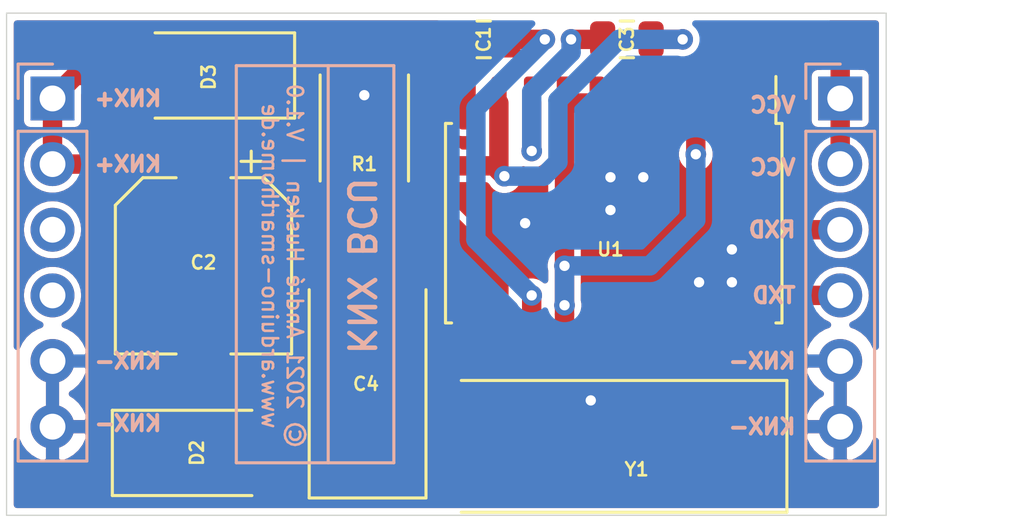
<source format=kicad_pcb>
(kicad_pcb (version 20171130) (host pcbnew "(5.1.4-0-10_14)")

  (general
    (thickness 1.6)
    (drawings 21)
    (tracks 94)
    (zones 0)
    (modules 11)
    (nets 13)
  )

  (page A4)
  (layers
    (0 F.Cu signal)
    (31 B.Cu signal)
    (32 B.Adhes user)
    (33 F.Adhes user)
    (34 B.Paste user)
    (35 F.Paste user)
    (36 B.SilkS user)
    (37 F.SilkS user)
    (38 B.Mask user)
    (39 F.Mask user)
    (40 Dwgs.User user)
    (41 Cmts.User user)
    (42 Eco1.User user)
    (43 Eco2.User user)
    (44 Edge.Cuts user)
    (45 Margin user)
    (46 B.CrtYd user)
    (47 F.CrtYd user)
    (48 B.Fab user hide)
    (49 F.Fab user hide)
  )

  (setup
    (last_trace_width 0.25)
    (user_trace_width 0.75)
    (user_trace_width 2.999999)
    (trace_clearance 0.2)
    (zone_clearance 0.508)
    (zone_45_only no)
    (trace_min 0.2)
    (via_size 0.8)
    (via_drill 0.4)
    (via_min_size 0.4)
    (via_min_drill 0.3)
    (uvia_size 0.3)
    (uvia_drill 0.1)
    (uvias_allowed no)
    (uvia_min_size 0.2)
    (uvia_min_drill 0.1)
    (edge_width 0.05)
    (segment_width 0.2)
    (pcb_text_width 0.3)
    (pcb_text_size 1.5 1.5)
    (mod_edge_width 0.12)
    (mod_text_size 1 1)
    (mod_text_width 0.15)
    (pad_size 1.524 1.524)
    (pad_drill 0.762)
    (pad_to_mask_clearance 0.051)
    (solder_mask_min_width 0.25)
    (aux_axis_origin 0 0)
    (grid_origin 140.462 83.566)
    (visible_elements FFFFFF7F)
    (pcbplotparams
      (layerselection 0x010fc_ffffffff)
      (usegerberextensions false)
      (usegerberattributes false)
      (usegerberadvancedattributes false)
      (creategerberjobfile false)
      (excludeedgelayer true)
      (linewidth 0.100000)
      (plotframeref false)
      (viasonmask false)
      (mode 1)
      (useauxorigin false)
      (hpglpennumber 1)
      (hpglpenspeed 20)
      (hpglpendiameter 15.000000)
      (psnegative false)
      (psa4output false)
      (plotreference true)
      (plotvalue true)
      (plotinvisibletext false)
      (padsonsilk false)
      (subtractmaskfromsilk false)
      (outputformat 1)
      (mirror false)
      (drillshape 0)
      (scaleselection 1)
      (outputdirectory "Gerber/"))
  )

  (net 0 "")
  (net 1 "Net-(C1-Pad2)")
  (net 2 "Net-(R1-Pad2)")
  (net 3 "Net-(C2-Pad1)")
  (net 4 "Net-(C3-Pad2)")
  (net 5 VCC)
  (net 6 "Net-(U1-Pad17)")
  (net 7 "Net-(U1-Pad18)")
  (net 8 TXD)
  (net 9 RXD)
  (net 10 "Net-(C1-Pad1)")
  (net 11 KNX-)
  (net 12 KNX+)

  (net_class Default "Dies ist die voreingestellte Netzklasse."
    (clearance 0.2)
    (trace_width 0.25)
    (via_dia 0.8)
    (via_drill 0.4)
    (uvia_dia 0.3)
    (uvia_drill 0.1)
    (add_net KNX+)
    (add_net KNX-)
    (add_net "Net-(C1-Pad1)")
    (add_net "Net-(C1-Pad2)")
    (add_net "Net-(C2-Pad1)")
    (add_net "Net-(C3-Pad2)")
    (add_net "Net-(R1-Pad2)")
    (add_net "Net-(U1-Pad17)")
    (add_net "Net-(U1-Pad18)")
    (add_net RXD)
    (add_net TXD)
    (add_net VCC)
  )

  (module Crystal:Crystal_SMD_HC49-SD (layer F.Cu) (tedit 5A1AD52C) (tstamp 6081986E)
    (at 163.957 100.33 180)
    (descr "SMD Crystal HC-49-SD http://cdn-reichelt.de/documents/datenblatt/B400/xxx-HC49-SMD.pdf, 11.4x4.7mm^2 package")
    (tags "SMD SMT crystal")
    (path /5EC50AB4)
    (attr smd)
    (fp_text reference Y1 (at -0.889 -0.889) (layer F.SilkS)
      (effects (font (size 0.508 0.508) (thickness 0.1016)))
    )
    (fp_text value 4.915MHz (at 0 3.55) (layer F.Fab)
      (effects (font (size 1 1) (thickness 0.15)))
    )
    (fp_text user %R (at 0 0) (layer F.Fab)
      (effects (font (size 1 1) (thickness 0.15)))
    )
    (fp_line (start -5.7 -2.35) (end -5.7 2.35) (layer F.Fab) (width 0.1))
    (fp_line (start -5.7 2.35) (end 5.7 2.35) (layer F.Fab) (width 0.1))
    (fp_line (start 5.7 2.35) (end 5.7 -2.35) (layer F.Fab) (width 0.1))
    (fp_line (start 5.7 -2.35) (end -5.7 -2.35) (layer F.Fab) (width 0.1))
    (fp_line (start -3.015 -2.115) (end 3.015 -2.115) (layer F.Fab) (width 0.1))
    (fp_line (start -3.015 2.115) (end 3.015 2.115) (layer F.Fab) (width 0.1))
    (fp_line (start 5.9 -2.55) (end -6.7 -2.55) (layer F.SilkS) (width 0.12))
    (fp_line (start -6.7 -2.55) (end -6.7 2.55) (layer F.SilkS) (width 0.12))
    (fp_line (start -6.7 2.55) (end 5.9 2.55) (layer F.SilkS) (width 0.12))
    (fp_line (start -6.8 -2.6) (end -6.8 2.6) (layer F.CrtYd) (width 0.05))
    (fp_line (start -6.8 2.6) (end 6.8 2.6) (layer F.CrtYd) (width 0.05))
    (fp_line (start 6.8 2.6) (end 6.8 -2.6) (layer F.CrtYd) (width 0.05))
    (fp_line (start 6.8 -2.6) (end -6.8 -2.6) (layer F.CrtYd) (width 0.05))
    (fp_arc (start -3.015 0) (end -3.015 -2.115) (angle -180) (layer F.Fab) (width 0.1))
    (fp_arc (start 3.015 0) (end 3.015 -2.115) (angle 180) (layer F.Fab) (width 0.1))
    (pad 1 smd rect (at -4.25 0 180) (size 4.5 2) (layers F.Cu F.Paste F.Mask)
      (net 7 "Net-(U1-Pad18)"))
    (pad 2 smd rect (at 4.25 0 180) (size 4.5 2) (layers F.Cu F.Paste F.Mask)
      (net 6 "Net-(U1-Pad17)"))
    (model ${KISYS3DMOD}/Crystal.3dshapes/Crystal_SMD_HC49-SD.wrl
      (at (xyz 0 0 0))
      (scale (xyz 1 1 1))
      (rotate (xyz 0 0 0))
    )
  )

  (module Connector_PinSocket_2.54mm:PinSocket_1x06_P2.54mm_Vertical (layer B.Cu) (tedit 5A19A430) (tstamp 608053F2)
    (at 172.72 86.868 180)
    (descr "Through hole straight socket strip, 1x06, 2.54mm pitch, single row (from Kicad 4.0.7), script generated")
    (tags "Through hole socket strip THT 1x06 2.54mm single row")
    (path /608274F3)
    (fp_text reference J2 (at 0 2.77) (layer B.SilkS) hide
      (effects (font (size 1 1) (thickness 0.15)) (justify mirror))
    )
    (fp_text value Conn_01x06_Female (at 0 -15.47) (layer B.Fab)
      (effects (font (size 1 1) (thickness 0.15)) (justify mirror))
    )
    (fp_line (start -1.27 1.27) (end 0.635 1.27) (layer B.Fab) (width 0.1))
    (fp_line (start 0.635 1.27) (end 1.27 0.635) (layer B.Fab) (width 0.1))
    (fp_line (start 1.27 0.635) (end 1.27 -13.97) (layer B.Fab) (width 0.1))
    (fp_line (start 1.27 -13.97) (end -1.27 -13.97) (layer B.Fab) (width 0.1))
    (fp_line (start -1.27 -13.97) (end -1.27 1.27) (layer B.Fab) (width 0.1))
    (fp_line (start -1.33 -1.27) (end 1.33 -1.27) (layer B.SilkS) (width 0.12))
    (fp_line (start -1.33 -1.27) (end -1.33 -14.03) (layer B.SilkS) (width 0.12))
    (fp_line (start -1.33 -14.03) (end 1.33 -14.03) (layer B.SilkS) (width 0.12))
    (fp_line (start 1.33 -1.27) (end 1.33 -14.03) (layer B.SilkS) (width 0.12))
    (fp_line (start 1.33 1.33) (end 1.33 0) (layer B.SilkS) (width 0.12))
    (fp_line (start 0 1.33) (end 1.33 1.33) (layer B.SilkS) (width 0.12))
    (fp_line (start -1.8 1.8) (end 1.75 1.8) (layer B.CrtYd) (width 0.05))
    (fp_line (start 1.75 1.8) (end 1.75 -14.45) (layer B.CrtYd) (width 0.05))
    (fp_line (start 1.75 -14.45) (end -1.8 -14.45) (layer B.CrtYd) (width 0.05))
    (fp_line (start -1.8 -14.45) (end -1.8 1.8) (layer B.CrtYd) (width 0.05))
    (fp_text user %R (at 0 -6.35 270) (layer B.Fab)
      (effects (font (size 1 1) (thickness 0.15)) (justify mirror))
    )
    (pad 1 thru_hole rect (at 0 0 180) (size 1.7 1.7) (drill 1) (layers *.Cu *.Mask)
      (net 5 VCC))
    (pad 2 thru_hole oval (at 0 -2.54 180) (size 1.7 1.7) (drill 1) (layers *.Cu *.Mask)
      (net 5 VCC))
    (pad 3 thru_hole oval (at 0 -5.08 180) (size 1.7 1.7) (drill 1) (layers *.Cu *.Mask)
      (net 9 RXD))
    (pad 4 thru_hole oval (at 0 -7.62 180) (size 1.7 1.7) (drill 1) (layers *.Cu *.Mask)
      (net 8 TXD))
    (pad 5 thru_hole oval (at 0 -10.16 180) (size 1.7 1.7) (drill 1) (layers *.Cu *.Mask)
      (net 11 KNX-))
    (pad 6 thru_hole oval (at 0 -12.7 180) (size 1.7 1.7) (drill 1) (layers *.Cu *.Mask)
      (net 11 KNX-))
    (model ${KISYS3DMOD}/Connector_PinSocket_2.54mm.3dshapes/PinSocket_1x06_P2.54mm_Vertical.wrl
      (at (xyz 0 0 0))
      (scale (xyz 1 1 1))
      (rotate (xyz 0 0 0))
    )
  )

  (module Package_SO:SOIC-20W_7.5x12.8mm_P1.27mm (layer F.Cu) (tedit 5C97300E) (tstamp 60819437)
    (at 163.957 91.694 270)
    (descr "SOIC, 20 Pin (JEDEC MS-013AC, https://www.analog.com/media/en/package-pcb-resources/package/233848rw_20.pdf), generated with kicad-footprint-generator ipc_gullwing_generator.py")
    (tags "SOIC SO")
    (path /5EB0F634)
    (attr smd)
    (fp_text reference U1 (at 1.016 0.127 180) (layer F.SilkS)
      (effects (font (size 0.508 0.508) (thickness 0.1016)))
    )
    (fp_text value EIB-TP-UART (at 0 7.35 90) (layer F.Fab)
      (effects (font (size 1 1) (thickness 0.15)))
    )
    (fp_line (start 0 6.51) (end 3.86 6.51) (layer F.SilkS) (width 0.12))
    (fp_line (start 3.86 6.51) (end 3.86 6.275) (layer F.SilkS) (width 0.12))
    (fp_line (start 0 6.51) (end -3.86 6.51) (layer F.SilkS) (width 0.12))
    (fp_line (start -3.86 6.51) (end -3.86 6.275) (layer F.SilkS) (width 0.12))
    (fp_line (start 0 -6.51) (end 3.86 -6.51) (layer F.SilkS) (width 0.12))
    (fp_line (start 3.86 -6.51) (end 3.86 -6.275) (layer F.SilkS) (width 0.12))
    (fp_line (start 0 -6.51) (end -3.86 -6.51) (layer F.SilkS) (width 0.12))
    (fp_line (start -3.86 -6.51) (end -3.86 -6.275) (layer F.SilkS) (width 0.12))
    (fp_line (start -3.86 -6.275) (end -5.675 -6.275) (layer F.SilkS) (width 0.12))
    (fp_line (start -2.75 -6.4) (end 3.75 -6.4) (layer F.Fab) (width 0.1))
    (fp_line (start 3.75 -6.4) (end 3.75 6.4) (layer F.Fab) (width 0.1))
    (fp_line (start 3.75 6.4) (end -3.75 6.4) (layer F.Fab) (width 0.1))
    (fp_line (start -3.75 6.4) (end -3.75 -5.4) (layer F.Fab) (width 0.1))
    (fp_line (start -3.75 -5.4) (end -2.75 -6.4) (layer F.Fab) (width 0.1))
    (fp_line (start -5.93 -6.65) (end -5.93 6.65) (layer F.CrtYd) (width 0.05))
    (fp_line (start -5.93 6.65) (end 5.93 6.65) (layer F.CrtYd) (width 0.05))
    (fp_line (start 5.93 6.65) (end 5.93 -6.65) (layer F.CrtYd) (width 0.05))
    (fp_line (start 5.93 -6.65) (end -5.93 -6.65) (layer F.CrtYd) (width 0.05))
    (fp_text user %R (at 0 0 90) (layer F.Fab)
      (effects (font (size 1 1) (thickness 0.15)))
    )
    (pad 1 smd roundrect (at -4.65 -5.715 270) (size 2.05 0.6) (layers F.Cu F.Paste F.Mask) (roundrect_rratio 0.25)
      (net 9 RXD))
    (pad 2 smd roundrect (at -4.65 -4.445 270) (size 2.05 0.6) (layers F.Cu F.Paste F.Mask) (roundrect_rratio 0.25))
    (pad 3 smd roundrect (at -4.65 -3.175 270) (size 2.05 0.6) (layers F.Cu F.Paste F.Mask) (roundrect_rratio 0.25)
      (net 5 VCC))
    (pad 4 smd roundrect (at -4.65 -1.905 270) (size 2.05 0.6) (layers F.Cu F.Paste F.Mask) (roundrect_rratio 0.25)
      (net 11 KNX-))
    (pad 5 smd roundrect (at -4.65 -0.635 270) (size 2.05 0.6) (layers F.Cu F.Paste F.Mask) (roundrect_rratio 0.25))
    (pad 6 smd roundrect (at -4.65 0.635 270) (size 2.05 0.6) (layers F.Cu F.Paste F.Mask) (roundrect_rratio 0.25)
      (net 5 VCC))
    (pad 7 smd roundrect (at -4.65 1.905 270) (size 2.05 0.6) (layers F.Cu F.Paste F.Mask) (roundrect_rratio 0.25)
      (net 5 VCC))
    (pad 8 smd roundrect (at -4.65 3.175 270) (size 2.05 0.6) (layers F.Cu F.Paste F.Mask) (roundrect_rratio 0.25)
      (net 4 "Net-(C3-Pad2)"))
    (pad 9 smd roundrect (at -4.65 4.445 270) (size 2.05 0.6) (layers F.Cu F.Paste F.Mask) (roundrect_rratio 0.25)
      (net 3 "Net-(C2-Pad1)"))
    (pad 10 smd roundrect (at -4.65 5.715 270) (size 2.05 0.6) (layers F.Cu F.Paste F.Mask) (roundrect_rratio 0.25)
      (net 10 "Net-(C1-Pad1)"))
    (pad 11 smd roundrect (at 4.65 5.715 270) (size 2.05 0.6) (layers F.Cu F.Paste F.Mask) (roundrect_rratio 0.25)
      (net 11 KNX-))
    (pad 12 smd roundrect (at 4.65 4.445 270) (size 2.05 0.6) (layers F.Cu F.Paste F.Mask) (roundrect_rratio 0.25)
      (net 2 "Net-(R1-Pad2)"))
    (pad 13 smd roundrect (at 4.65 3.175 270) (size 2.05 0.6) (layers F.Cu F.Paste F.Mask) (roundrect_rratio 0.25)
      (net 1 "Net-(C1-Pad2)"))
    (pad 14 smd roundrect (at 4.65 1.905 270) (size 2.05 0.6) (layers F.Cu F.Paste F.Mask) (roundrect_rratio 0.25)
      (net 5 VCC))
    (pad 15 smd roundrect (at 4.65 0.635 270) (size 2.05 0.6) (layers F.Cu F.Paste F.Mask) (roundrect_rratio 0.25)
      (net 5 VCC))
    (pad 16 smd roundrect (at 4.65 -0.635 270) (size 2.05 0.6) (layers F.Cu F.Paste F.Mask) (roundrect_rratio 0.25)
      (net 11 KNX-))
    (pad 17 smd roundrect (at 4.65 -1.905 270) (size 2.05 0.6) (layers F.Cu F.Paste F.Mask) (roundrect_rratio 0.25)
      (net 6 "Net-(U1-Pad17)"))
    (pad 18 smd roundrect (at 4.65 -3.175 270) (size 2.05 0.6) (layers F.Cu F.Paste F.Mask) (roundrect_rratio 0.25)
      (net 7 "Net-(U1-Pad18)"))
    (pad 19 smd roundrect (at 4.65 -4.445 270) (size 2.05 0.6) (layers F.Cu F.Paste F.Mask) (roundrect_rratio 0.25))
    (pad 20 smd roundrect (at 4.65 -5.715 270) (size 2.05 0.6) (layers F.Cu F.Paste F.Mask) (roundrect_rratio 0.25)
      (net 8 TXD))
    (model ${KISYS3DMOD}/Package_SO.3dshapes/SOIC-20W_7.5x12.8mm_P1.27mm.wrl
      (at (xyz 0 0 0))
      (scale (xyz 1 1 1))
      (rotate (xyz 0 0 0))
    )
  )

  (module Capacitor_SMD:C_0805_2012Metric (layer F.Cu) (tedit 5B36C52B) (tstamp 60808C49)
    (at 158.9255 84.582)
    (descr "Capacitor SMD 0805 (2012 Metric), square (rectangular) end terminal, IPC_7351 nominal, (Body size source: https://docs.google.com/spreadsheets/d/1BsfQQcO9C6DZCsRaXUlFlo91Tg2WpOkGARC1WS5S8t0/edit?usp=sharing), generated with kicad-footprint-generator")
    (tags capacitor)
    (path /5EB2F741)
    (attr smd)
    (fp_text reference C1 (at 0 0 90) (layer F.SilkS)
      (effects (font (size 0.508 0.508) (thickness 0.1016)))
    )
    (fp_text value 47nF (at 0 1.65) (layer F.Fab)
      (effects (font (size 1 1) (thickness 0.15)))
    )
    (fp_line (start -1 0.6) (end -1 -0.6) (layer F.Fab) (width 0.1))
    (fp_line (start -1 -0.6) (end 1 -0.6) (layer F.Fab) (width 0.1))
    (fp_line (start 1 -0.6) (end 1 0.6) (layer F.Fab) (width 0.1))
    (fp_line (start 1 0.6) (end -1 0.6) (layer F.Fab) (width 0.1))
    (fp_line (start -0.258578 -0.71) (end 0.258578 -0.71) (layer F.SilkS) (width 0.12))
    (fp_line (start -0.258578 0.71) (end 0.258578 0.71) (layer F.SilkS) (width 0.12))
    (fp_line (start -1.68 0.95) (end -1.68 -0.95) (layer F.CrtYd) (width 0.05))
    (fp_line (start -1.68 -0.95) (end 1.68 -0.95) (layer F.CrtYd) (width 0.05))
    (fp_line (start 1.68 -0.95) (end 1.68 0.95) (layer F.CrtYd) (width 0.05))
    (fp_line (start 1.68 0.95) (end -1.68 0.95) (layer F.CrtYd) (width 0.05))
    (fp_text user %R (at 0 0) (layer F.Fab)
      (effects (font (size 0.5 0.5) (thickness 0.08)))
    )
    (pad 1 smd roundrect (at -0.9375 0) (size 0.975 1.4) (layers F.Cu F.Paste F.Mask) (roundrect_rratio 0.25)
      (net 10 "Net-(C1-Pad1)"))
    (pad 2 smd roundrect (at 0.9375 0) (size 0.975 1.4) (layers F.Cu F.Paste F.Mask) (roundrect_rratio 0.25)
      (net 1 "Net-(C1-Pad2)"))
    (model ${KISYS3DMOD}/Capacitor_SMD.3dshapes/C_0805_2012Metric.wrl
      (at (xyz 0 0 0))
      (scale (xyz 1 1 1))
      (rotate (xyz 0 0 0))
    )
  )

  (module Capacitor_SMD:C_0805_2012Metric (layer F.Cu) (tedit 5B36C52B) (tstamp 6081A9C5)
    (at 164.465 84.582 180)
    (descr "Capacitor SMD 0805 (2012 Metric), square (rectangular) end terminal, IPC_7351 nominal, (Body size source: https://docs.google.com/spreadsheets/d/1BsfQQcO9C6DZCsRaXUlFlo91Tg2WpOkGARC1WS5S8t0/edit?usp=sharing), generated with kicad-footprint-generator")
    (tags capacitor)
    (path /5EB7FA38)
    (attr smd)
    (fp_text reference C3 (at 0 0 270) (layer F.SilkS)
      (effects (font (size 0.508 0.508) (thickness 0.1016)))
    )
    (fp_text value 47nF (at 0 1.65) (layer F.Fab)
      (effects (font (size 1 1) (thickness 0.15)))
    )
    (fp_line (start -1 0.6) (end -1 -0.6) (layer F.Fab) (width 0.1))
    (fp_line (start -1 -0.6) (end 1 -0.6) (layer F.Fab) (width 0.1))
    (fp_line (start 1 -0.6) (end 1 0.6) (layer F.Fab) (width 0.1))
    (fp_line (start 1 0.6) (end -1 0.6) (layer F.Fab) (width 0.1))
    (fp_line (start -0.258578 -0.71) (end 0.258578 -0.71) (layer F.SilkS) (width 0.12))
    (fp_line (start -0.258578 0.71) (end 0.258578 0.71) (layer F.SilkS) (width 0.12))
    (fp_line (start -1.68 0.95) (end -1.68 -0.95) (layer F.CrtYd) (width 0.05))
    (fp_line (start -1.68 -0.95) (end 1.68 -0.95) (layer F.CrtYd) (width 0.05))
    (fp_line (start 1.68 -0.95) (end 1.68 0.95) (layer F.CrtYd) (width 0.05))
    (fp_line (start 1.68 0.95) (end -1.68 0.95) (layer F.CrtYd) (width 0.05))
    (fp_text user %R (at 0 0) (layer F.Fab)
      (effects (font (size 0.5 0.5) (thickness 0.08)))
    )
    (pad 1 smd roundrect (at -0.9375 0 180) (size 0.975 1.4) (layers F.Cu F.Paste F.Mask) (roundrect_rratio 0.25)
      (net 3 "Net-(C2-Pad1)"))
    (pad 2 smd roundrect (at 0.9375 0 180) (size 0.975 1.4) (layers F.Cu F.Paste F.Mask) (roundrect_rratio 0.25)
      (net 4 "Net-(C3-Pad2)"))
    (model ${KISYS3DMOD}/Capacitor_SMD.3dshapes/C_0805_2012Metric.wrl
      (at (xyz 0 0 0))
      (scale (xyz 1 1 1))
      (rotate (xyz 0 0 0))
    )
  )

  (module Resistor_SMD:R_2512_6332Metric (layer F.Cu) (tedit 5B301BBD) (tstamp 60808BAA)
    (at 154.305 88.011 270)
    (descr "Resistor SMD 2512 (6332 Metric), square (rectangular) end terminal, IPC_7351 nominal, (Body size source: http://www.tortai-tech.com/upload/download/2011102023233369053.pdf), generated with kicad-footprint-generator")
    (tags resistor)
    (path /5EB2E3F9)
    (attr smd)
    (fp_text reference R1 (at 1.397 0 180) (layer F.SilkS)
      (effects (font (size 0.508 0.508) (thickness 0.1016)))
    )
    (fp_text value 68/1W (at 0 2.62 90) (layer F.Fab)
      (effects (font (size 1 1) (thickness 0.15)))
    )
    (fp_line (start -3.15 1.6) (end -3.15 -1.6) (layer F.Fab) (width 0.1))
    (fp_line (start -3.15 -1.6) (end 3.15 -1.6) (layer F.Fab) (width 0.1))
    (fp_line (start 3.15 -1.6) (end 3.15 1.6) (layer F.Fab) (width 0.1))
    (fp_line (start 3.15 1.6) (end -3.15 1.6) (layer F.Fab) (width 0.1))
    (fp_line (start -2.052064 -1.71) (end 2.052064 -1.71) (layer F.SilkS) (width 0.12))
    (fp_line (start -2.052064 1.71) (end 2.052064 1.71) (layer F.SilkS) (width 0.12))
    (fp_line (start -3.82 1.92) (end -3.82 -1.92) (layer F.CrtYd) (width 0.05))
    (fp_line (start -3.82 -1.92) (end 3.82 -1.92) (layer F.CrtYd) (width 0.05))
    (fp_line (start 3.82 -1.92) (end 3.82 1.92) (layer F.CrtYd) (width 0.05))
    (fp_line (start 3.82 1.92) (end -3.82 1.92) (layer F.CrtYd) (width 0.05))
    (fp_text user %R (at 0 0 90) (layer F.Fab)
      (effects (font (size 1 1) (thickness 0.15)))
    )
    (pad 1 smd roundrect (at -2.9 0 270) (size 1.35 3.35) (layers F.Cu F.Paste F.Mask) (roundrect_rratio 0.185185)
      (net 10 "Net-(C1-Pad1)"))
    (pad 2 smd roundrect (at 2.9 0 270) (size 1.35 3.35) (layers F.Cu F.Paste F.Mask) (roundrect_rratio 0.185185)
      (net 2 "Net-(R1-Pad2)"))
    (model ${KISYS3DMOD}/Resistor_SMD.3dshapes/R_2512_6332Metric.wrl
      (at (xyz 0 0 0))
      (scale (xyz 1 1 1))
      (rotate (xyz 0 0 0))
    )
  )

  (module Diode_SMD:D_SMA (layer F.Cu) (tedit 586432E5) (tstamp 60808B6C)
    (at 147.955 100.584)
    (descr "Diode SMA (DO-214AC)")
    (tags "Diode SMA (DO-214AC)")
    (path /5EB2A168)
    (attr smd)
    (fp_text reference D2 (at -0.127 0 270) (layer F.SilkS)
      (effects (font (size 0.508 0.508) (thickness 0.1016)))
    )
    (fp_text value P4SMAJ43A (at 0 2.6) (layer F.Fab)
      (effects (font (size 1 1) (thickness 0.15)))
    )
    (fp_text user %R (at 0 -2.5) (layer F.Fab)
      (effects (font (size 1 1) (thickness 0.15)))
    )
    (fp_line (start -3.4 -1.65) (end -3.4 1.65) (layer F.SilkS) (width 0.12))
    (fp_line (start 2.3 1.5) (end -2.3 1.5) (layer F.Fab) (width 0.1))
    (fp_line (start -2.3 1.5) (end -2.3 -1.5) (layer F.Fab) (width 0.1))
    (fp_line (start 2.3 -1.5) (end 2.3 1.5) (layer F.Fab) (width 0.1))
    (fp_line (start 2.3 -1.5) (end -2.3 -1.5) (layer F.Fab) (width 0.1))
    (fp_line (start -3.5 -1.75) (end 3.5 -1.75) (layer F.CrtYd) (width 0.05))
    (fp_line (start 3.5 -1.75) (end 3.5 1.75) (layer F.CrtYd) (width 0.05))
    (fp_line (start 3.5 1.75) (end -3.5 1.75) (layer F.CrtYd) (width 0.05))
    (fp_line (start -3.5 1.75) (end -3.5 -1.75) (layer F.CrtYd) (width 0.05))
    (fp_line (start -0.64944 0.00102) (end -1.55114 0.00102) (layer F.Fab) (width 0.1))
    (fp_line (start 0.50118 0.00102) (end 1.4994 0.00102) (layer F.Fab) (width 0.1))
    (fp_line (start -0.64944 -0.79908) (end -0.64944 0.80112) (layer F.Fab) (width 0.1))
    (fp_line (start 0.50118 0.75032) (end 0.50118 -0.79908) (layer F.Fab) (width 0.1))
    (fp_line (start -0.64944 0.00102) (end 0.50118 0.75032) (layer F.Fab) (width 0.1))
    (fp_line (start -0.64944 0.00102) (end 0.50118 -0.79908) (layer F.Fab) (width 0.1))
    (fp_line (start -3.4 1.65) (end 2 1.65) (layer F.SilkS) (width 0.12))
    (fp_line (start -3.4 -1.65) (end 2 -1.65) (layer F.SilkS) (width 0.12))
    (pad 1 smd rect (at -2 0) (size 2.5 1.8) (layers F.Cu F.Paste F.Mask)
      (net 12 KNX+))
    (pad 2 smd rect (at 2 0) (size 2.5 1.8) (layers F.Cu F.Paste F.Mask)
      (net 11 KNX-))
    (model ${KISYS3DMOD}/Diode_SMD.3dshapes/D_SMA.wrl
      (at (xyz 0 0 0))
      (scale (xyz 1 1 1))
      (rotate (xyz 0 0 0))
    )
  )

  (module Capacitor_Tantalum_SMD:CP_EIA-7343-20_Kemet-V (layer F.Cu) (tedit 5B301BBE) (tstamp 60808AD1)
    (at 154.432 97.917 90)
    (descr "Tantalum Capacitor SMD Kemet-V (7343-20 Metric), IPC_7351 nominal, (Body size from: http://www.kemet.com/Lists/ProductCatalog/Attachments/253/KEM_TC101_STD.pdf), generated with kicad-footprint-generator")
    (tags "capacitor tantalum")
    (path /5EB8396A)
    (attr smd)
    (fp_text reference C4 (at 0.001 -0.0635 180) (layer F.SilkS)
      (effects (font (size 0.508 0.508) (thickness 0.1016)))
    )
    (fp_text value "T491D 6,8U 35" (at 0 3.1 90) (layer F.Fab)
      (effects (font (size 1 1) (thickness 0.15)))
    )
    (fp_line (start 3.65 -2.15) (end -2.65 -2.15) (layer F.Fab) (width 0.1))
    (fp_line (start -2.65 -2.15) (end -3.65 -1.15) (layer F.Fab) (width 0.1))
    (fp_line (start -3.65 -1.15) (end -3.65 2.15) (layer F.Fab) (width 0.1))
    (fp_line (start -3.65 2.15) (end 3.65 2.15) (layer F.Fab) (width 0.1))
    (fp_line (start 3.65 2.15) (end 3.65 -2.15) (layer F.Fab) (width 0.1))
    (fp_line (start 3.65 -2.26) (end -4.41 -2.26) (layer F.SilkS) (width 0.12))
    (fp_line (start -4.41 -2.26) (end -4.41 2.26) (layer F.SilkS) (width 0.12))
    (fp_line (start -4.41 2.26) (end 3.65 2.26) (layer F.SilkS) (width 0.12))
    (fp_line (start -4.4 2.4) (end -4.4 -2.4) (layer F.CrtYd) (width 0.05))
    (fp_line (start -4.4 -2.4) (end 4.4 -2.4) (layer F.CrtYd) (width 0.05))
    (fp_line (start 4.4 -2.4) (end 4.4 2.4) (layer F.CrtYd) (width 0.05))
    (fp_line (start 4.4 2.4) (end -4.4 2.4) (layer F.CrtYd) (width 0.05))
    (fp_text user %R (at 0 0 90) (layer F.Fab)
      (effects (font (size 1 1) (thickness 0.15)))
    )
    (pad 1 smd roundrect (at -3.1125 0 90) (size 2.075 2.55) (layers F.Cu F.Paste F.Mask) (roundrect_rratio 0.120482)
      (net 5 VCC))
    (pad 2 smd roundrect (at 3.1125 0 90) (size 2.075 2.55) (layers F.Cu F.Paste F.Mask) (roundrect_rratio 0.120482)
      (net 11 KNX-))
    (model ${KISYS3DMOD}/Capacitor_Tantalum_SMD.3dshapes/CP_EIA-7343-20_Kemet-V.wrl
      (at (xyz 0 0 0))
      (scale (xyz 1 1 1))
      (rotate (xyz 0 0 0))
    )
  )

  (module Diode_SMD:D_SMA (layer F.Cu) (tedit 586432E5) (tstamp 60808A1C)
    (at 148.209 85.979 180)
    (descr "Diode SMA (DO-214AC)")
    (tags "Diode SMA (DO-214AC)")
    (path /5EB2B76E)
    (attr smd)
    (fp_text reference D3 (at -0.0725 -0.0635 90) (layer F.SilkS)
      (effects (font (size 0.508 0.508) (thickness 0.1016)))
    )
    (fp_text value "RND US1M-AT" (at 0 2.6) (layer F.Fab)
      (effects (font (size 1 1) (thickness 0.15)))
    )
    (fp_text user %R (at 0 -2.5) (layer F.Fab)
      (effects (font (size 1 1) (thickness 0.15)))
    )
    (fp_line (start -3.4 -1.65) (end -3.4 1.65) (layer F.SilkS) (width 0.12))
    (fp_line (start 2.3 1.5) (end -2.3 1.5) (layer F.Fab) (width 0.1))
    (fp_line (start -2.3 1.5) (end -2.3 -1.5) (layer F.Fab) (width 0.1))
    (fp_line (start 2.3 -1.5) (end 2.3 1.5) (layer F.Fab) (width 0.1))
    (fp_line (start 2.3 -1.5) (end -2.3 -1.5) (layer F.Fab) (width 0.1))
    (fp_line (start -3.5 -1.75) (end 3.5 -1.75) (layer F.CrtYd) (width 0.05))
    (fp_line (start 3.5 -1.75) (end 3.5 1.75) (layer F.CrtYd) (width 0.05))
    (fp_line (start 3.5 1.75) (end -3.5 1.75) (layer F.CrtYd) (width 0.05))
    (fp_line (start -3.5 1.75) (end -3.5 -1.75) (layer F.CrtYd) (width 0.05))
    (fp_line (start -0.64944 0.00102) (end -1.55114 0.00102) (layer F.Fab) (width 0.1))
    (fp_line (start 0.50118 0.00102) (end 1.4994 0.00102) (layer F.Fab) (width 0.1))
    (fp_line (start -0.64944 -0.79908) (end -0.64944 0.80112) (layer F.Fab) (width 0.1))
    (fp_line (start 0.50118 0.75032) (end 0.50118 -0.79908) (layer F.Fab) (width 0.1))
    (fp_line (start -0.64944 0.00102) (end 0.50118 0.75032) (layer F.Fab) (width 0.1))
    (fp_line (start -0.64944 0.00102) (end 0.50118 -0.79908) (layer F.Fab) (width 0.1))
    (fp_line (start -3.4 1.65) (end 2 1.65) (layer F.SilkS) (width 0.12))
    (fp_line (start -3.4 -1.65) (end 2 -1.65) (layer F.SilkS) (width 0.12))
    (pad 1 smd rect (at -2 0 180) (size 2.5 1.8) (layers F.Cu F.Paste F.Mask)
      (net 10 "Net-(C1-Pad1)"))
    (pad 2 smd rect (at 2 0 180) (size 2.5 1.8) (layers F.Cu F.Paste F.Mask)
      (net 12 KNX+))
    (model ${KISYS3DMOD}/Diode_SMD.3dshapes/D_SMA.wrl
      (at (xyz 0 0 0))
      (scale (xyz 1 1 1))
      (rotate (xyz 0 0 0))
    )
  )

  (module Connector_PinSocket_2.54mm:PinSocket_1x06_P2.54mm_Vertical (layer B.Cu) (tedit 5A19A430) (tstamp 6080488B)
    (at 142.24 86.868 180)
    (descr "Through hole straight socket strip, 1x06, 2.54mm pitch, single row (from Kicad 4.0.7), script generated")
    (tags "Through hole socket strip THT 1x06 2.54mm single row")
    (path /60823884)
    (fp_text reference J1 (at 0 2.77) (layer B.SilkS) hide
      (effects (font (size 1 1) (thickness 0.15)) (justify mirror))
    )
    (fp_text value Conn_01x06_Female (at 0 -15.47) (layer B.Fab)
      (effects (font (size 1 1) (thickness 0.15)) (justify mirror))
    )
    (fp_line (start -1.27 1.27) (end 0.635 1.27) (layer B.Fab) (width 0.1))
    (fp_line (start 0.635 1.27) (end 1.27 0.635) (layer B.Fab) (width 0.1))
    (fp_line (start 1.27 0.635) (end 1.27 -13.97) (layer B.Fab) (width 0.1))
    (fp_line (start 1.27 -13.97) (end -1.27 -13.97) (layer B.Fab) (width 0.1))
    (fp_line (start -1.27 -13.97) (end -1.27 1.27) (layer B.Fab) (width 0.1))
    (fp_line (start -1.33 -1.27) (end 1.33 -1.27) (layer B.SilkS) (width 0.12))
    (fp_line (start -1.33 -1.27) (end -1.33 -14.03) (layer B.SilkS) (width 0.12))
    (fp_line (start -1.33 -14.03) (end 1.33 -14.03) (layer B.SilkS) (width 0.12))
    (fp_line (start 1.33 -1.27) (end 1.33 -14.03) (layer B.SilkS) (width 0.12))
    (fp_line (start 1.33 1.33) (end 1.33 0) (layer B.SilkS) (width 0.12))
    (fp_line (start 0 1.33) (end 1.33 1.33) (layer B.SilkS) (width 0.12))
    (fp_line (start -1.8 1.8) (end 1.75 1.8) (layer B.CrtYd) (width 0.05))
    (fp_line (start 1.75 1.8) (end 1.75 -14.45) (layer B.CrtYd) (width 0.05))
    (fp_line (start 1.75 -14.45) (end -1.8 -14.45) (layer B.CrtYd) (width 0.05))
    (fp_line (start -1.8 -14.45) (end -1.8 1.8) (layer B.CrtYd) (width 0.05))
    (fp_text user %R (at 0 -6.35 270) (layer B.Fab)
      (effects (font (size 1 1) (thickness 0.15)) (justify mirror))
    )
    (pad 1 thru_hole rect (at 0 0 180) (size 1.7 1.7) (drill 1) (layers *.Cu *.Mask)
      (net 12 KNX+))
    (pad 2 thru_hole oval (at 0 -2.54 180) (size 1.7 1.7) (drill 1) (layers *.Cu *.Mask)
      (net 12 KNX+))
    (pad 3 thru_hole oval (at 0 -5.08 180) (size 1.7 1.7) (drill 1) (layers *.Cu *.Mask))
    (pad 4 thru_hole oval (at 0 -7.62 180) (size 1.7 1.7) (drill 1) (layers *.Cu *.Mask))
    (pad 5 thru_hole oval (at 0 -10.16 180) (size 1.7 1.7) (drill 1) (layers *.Cu *.Mask)
      (net 11 KNX-))
    (pad 6 thru_hole oval (at 0 -12.7 180) (size 1.7 1.7) (drill 1) (layers *.Cu *.Mask)
      (net 11 KNX-))
    (model ${KISYS3DMOD}/Connector_PinSocket_2.54mm.3dshapes/PinSocket_1x06_P2.54mm_Vertical.wrl
      (at (xyz 0 0 0))
      (scale (xyz 1 1 1))
      (rotate (xyz 0 0 0))
    )
  )

  (module Capacitor_SMD:CP_Elec_6.3x7.7 (layer F.Cu) (tedit 5BCA39D0) (tstamp 608187C3)
    (at 148.082 93.345 270)
    (descr "SMD capacitor, aluminum electrolytic, Nichicon, 6.3x7.7mm")
    (tags "capacitor electrolytic")
    (path /5EB80DBA)
    (attr smd)
    (fp_text reference C2 (at -0.127 0 180) (layer F.SilkS)
      (effects (font (size 0.508 0.508) (thickness 0.1016)))
    )
    (fp_text value 100uF/35V (at 0 4.35 90) (layer F.Fab)
      (effects (font (size 1 1) (thickness 0.15)))
    )
    (fp_circle (center 0 0) (end 3.15 0) (layer F.Fab) (width 0.1))
    (fp_line (start 3.3 -3.3) (end 3.3 3.3) (layer F.Fab) (width 0.1))
    (fp_line (start -2.3 -3.3) (end 3.3 -3.3) (layer F.Fab) (width 0.1))
    (fp_line (start -2.3 3.3) (end 3.3 3.3) (layer F.Fab) (width 0.1))
    (fp_line (start -3.3 -2.3) (end -3.3 2.3) (layer F.Fab) (width 0.1))
    (fp_line (start -3.3 -2.3) (end -2.3 -3.3) (layer F.Fab) (width 0.1))
    (fp_line (start -3.3 2.3) (end -2.3 3.3) (layer F.Fab) (width 0.1))
    (fp_line (start -2.704838 -1.33) (end -2.074838 -1.33) (layer F.Fab) (width 0.1))
    (fp_line (start -2.389838 -1.645) (end -2.389838 -1.015) (layer F.Fab) (width 0.1))
    (fp_line (start 3.41 3.41) (end 3.41 1.06) (layer F.SilkS) (width 0.12))
    (fp_line (start 3.41 -3.41) (end 3.41 -1.06) (layer F.SilkS) (width 0.12))
    (fp_line (start -2.345563 -3.41) (end 3.41 -3.41) (layer F.SilkS) (width 0.12))
    (fp_line (start -2.345563 3.41) (end 3.41 3.41) (layer F.SilkS) (width 0.12))
    (fp_line (start -3.41 2.345563) (end -3.41 1.06) (layer F.SilkS) (width 0.12))
    (fp_line (start -3.41 -2.345563) (end -3.41 -1.06) (layer F.SilkS) (width 0.12))
    (fp_line (start -3.41 -2.345563) (end -2.345563 -3.41) (layer F.SilkS) (width 0.12))
    (fp_line (start -3.41 2.345563) (end -2.345563 3.41) (layer F.SilkS) (width 0.12))
    (fp_line (start -4.4375 -1.8475) (end -3.65 -1.8475) (layer F.SilkS) (width 0.12))
    (fp_line (start -4.04375 -2.24125) (end -4.04375 -1.45375) (layer F.SilkS) (width 0.12))
    (fp_line (start 3.55 -3.55) (end 3.55 -1.05) (layer F.CrtYd) (width 0.05))
    (fp_line (start 3.55 -1.05) (end 4.7 -1.05) (layer F.CrtYd) (width 0.05))
    (fp_line (start 4.7 -1.05) (end 4.7 1.05) (layer F.CrtYd) (width 0.05))
    (fp_line (start 4.7 1.05) (end 3.55 1.05) (layer F.CrtYd) (width 0.05))
    (fp_line (start 3.55 1.05) (end 3.55 3.55) (layer F.CrtYd) (width 0.05))
    (fp_line (start -2.4 3.55) (end 3.55 3.55) (layer F.CrtYd) (width 0.05))
    (fp_line (start -2.4 -3.55) (end 3.55 -3.55) (layer F.CrtYd) (width 0.05))
    (fp_line (start -3.55 2.4) (end -2.4 3.55) (layer F.CrtYd) (width 0.05))
    (fp_line (start -3.55 -2.4) (end -2.4 -3.55) (layer F.CrtYd) (width 0.05))
    (fp_line (start -3.55 -2.4) (end -3.55 -1.05) (layer F.CrtYd) (width 0.05))
    (fp_line (start -3.55 1.05) (end -3.55 2.4) (layer F.CrtYd) (width 0.05))
    (fp_line (start -3.55 -1.05) (end -4.7 -1.05) (layer F.CrtYd) (width 0.05))
    (fp_line (start -4.7 -1.05) (end -4.7 1.05) (layer F.CrtYd) (width 0.05))
    (fp_line (start -4.7 1.05) (end -3.55 1.05) (layer F.CrtYd) (width 0.05))
    (fp_text user %R (at 0 0 90) (layer F.Fab)
      (effects (font (size 1 1) (thickness 0.15)))
    )
    (pad 1 smd roundrect (at -2.7 0 270) (size 3.5 1.6) (layers F.Cu F.Paste F.Mask) (roundrect_rratio 0.15625)
      (net 3 "Net-(C2-Pad1)"))
    (pad 2 smd roundrect (at 2.7 0 270) (size 3.5 1.6) (layers F.Cu F.Paste F.Mask) (roundrect_rratio 0.15625)
      (net 11 KNX-))
    (model ${KISYS3DMOD}/Capacitor_SMD.3dshapes/CP_Elec_6.3x7.7.wrl
      (at (xyz 0 0 0))
      (scale (xyz 1 1 1))
      (rotate (xyz 0 0 0))
    )
  )

  (gr_text VCC (at 171.069 87.122) (layer B.SilkS) (tstamp 608194A9)
    (effects (font (size 0.6 0.6) (thickness 0.15)) (justify left mirror))
  )
  (gr_text KNX- (at 171.069 99.568) (layer B.SilkS) (tstamp 608193D7)
    (effects (font (size 0.6 0.6) (thickness 0.15)) (justify left mirror))
  )
  (gr_text KNX- (at 171.069 97.028) (layer B.SilkS) (tstamp 608193D4)
    (effects (font (size 0.6 0.6) (thickness 0.15)) (justify left mirror))
  )
  (gr_text TXD (at 171.069 94.488) (layer B.SilkS) (tstamp 608193D1)
    (effects (font (size 0.6 0.6) (thickness 0.15)) (justify left mirror))
  )
  (gr_text RXD (at 171.069 91.948) (layer B.SilkS) (tstamp 608193CE)
    (effects (font (size 0.6 0.6) (thickness 0.15)) (justify left mirror))
  )
  (gr_text VCC (at 171.069 89.535) (layer B.SilkS) (tstamp 60819313)
    (effects (font (size 0.6 0.6) (thickness 0.15)) (justify left mirror))
  )
  (gr_text KNX- (at 145.161 99.441) (layer B.SilkS) (tstamp 6081930C)
    (effects (font (size 0.6 0.6) (thickness 0.15)) (justify mirror))
  )
  (gr_text KNX- (at 145.161 97.028) (layer B.SilkS) (tstamp 60819309)
    (effects (font (size 0.6 0.6) (thickness 0.15)) (justify mirror))
  )
  (gr_text KNX+ (at 145.161 89.408) (layer B.SilkS) (tstamp 60819307)
    (effects (font (size 0.6 0.6) (thickness 0.15)) (justify mirror))
  )
  (gr_text KNX+ (at 145.161 86.868) (layer B.SilkS)
    (effects (font (size 0.6 0.6) (thickness 0.15)) (justify mirror))
  )
  (gr_line (start 155.448 100.965) (end 155.448 85.598) (layer B.SilkS) (width 0.12) (tstamp 60813EEA))
  (gr_line (start 155.448 85.598) (end 149.352 85.598) (layer B.SilkS) (width 0.12) (tstamp 60813EE4))
  (gr_line (start 152.908 100.965) (end 152.908 85.598) (layer B.SilkS) (width 0.12))
  (gr_line (start 149.352 100.965) (end 155.448 100.965) (layer B.SilkS) (width 0.12))
  (gr_line (start 149.352 85.598) (end 149.352 100.965) (layer B.SilkS) (width 0.12))
  (gr_line (start 140.462 102.997) (end 140.462 83.566) (layer Edge.Cuts) (width 0.05) (tstamp 608063DC))
  (gr_line (start 174.498 102.997) (end 140.462 102.997) (layer Edge.Cuts) (width 0.05))
  (gr_line (start 174.498 83.566) (end 174.498 102.997) (layer Edge.Cuts) (width 0.05))
  (gr_line (start 140.462 83.566) (end 174.498 83.566) (layer Edge.Cuts) (width 0.05))
  (gr_text "© 2021 André Husken | V.1.0\nwww.arduino-smarthome.de" (at 151.13 93.345 270) (layer B.SilkS) (tstamp 5DCF0768)
    (effects (font (size 0.6 0.6) (thickness 0.1)) (justify mirror))
  )
  (gr_text "KNX BCU" (at 154.178 93.345 270) (layer B.SilkS) (tstamp 5EC88318)
    (effects (font (size 1 1) (thickness 0.175)) (justify mirror))
  )

  (via (at 161.29 84.582) (size 0.8) (drill 0.4) (layers F.Cu B.Cu) (net 1))
  (segment (start 159.863 84.582) (end 161.29 84.582) (width 0.75) (layer F.Cu) (net 1))
  (via (at 160.782 94.488) (size 0.8) (drill 0.4) (layers F.Cu B.Cu) (net 1) (tstamp 60819F8F))
  (segment (start 160.782 94.488) (end 160.782 96.344) (width 0.75) (layer F.Cu) (net 1))
  (segment (start 161.29 84.582) (end 158.623 87.249) (width 0.75) (layer B.Cu) (net 1))
  (segment (start 158.623 92.329) (end 160.782 94.488) (width 0.75) (layer B.Cu) (net 1))
  (segment (start 158.623 87.249) (end 158.623 92.329) (width 0.75) (layer B.Cu) (net 1))
  (segment (start 154.305 90.911) (end 156.824 90.911) (width 0.75) (layer F.Cu) (net 2))
  (segment (start 159.512 93.599) (end 159.512 96.344) (width 0.75) (layer F.Cu) (net 2))
  (segment (start 156.824 90.911) (end 159.512 93.599) (width 0.75) (layer F.Cu) (net 2))
  (via (at 166.624 84.582) (size 0.8) (drill 0.4) (layers F.Cu B.Cu) (net 3) (tstamp 6081A9EF))
  (segment (start 159.725001 89.875001) (end 159.725001 89.875001) (width 0.75) (layer B.Cu) (net 3) (tstamp 6081A16B))
  (via (at 159.725001 89.875001) (size 0.8) (drill 0.4) (layers F.Cu B.Cu) (net 3))
  (segment (start 159.512 89.662) (end 159.725001 89.875001) (width 0.75) (layer F.Cu) (net 3))
  (segment (start 159.512 87.044) (end 159.512 89.662) (width 0.75) (layer F.Cu) (net 3))
  (segment (start 159.325002 89.475002) (end 157.801002 89.475002) (width 0.75) (layer F.Cu) (net 3))
  (segment (start 159.725001 89.875001) (end 159.325002 89.475002) (width 0.75) (layer F.Cu) (net 3))
  (segment (start 157.801002 89.475002) (end 156.464 88.138) (width 0.75) (layer F.Cu) (net 3))
  (segment (start 150.589 88.138) (end 148.082 90.645) (width 0.75) (layer F.Cu) (net 3))
  (segment (start 156.464 88.138) (end 150.589 88.138) (width 0.75) (layer F.Cu) (net 3))
  (segment (start 164.157516 84.582) (end 166.624 84.582) (width 0.75) (layer B.Cu) (net 3))
  (segment (start 161.798 86.941516) (end 164.157516 84.582) (width 0.75) (layer B.Cu) (net 3))
  (segment (start 161.250001 89.875001) (end 161.798 89.327002) (width 0.75) (layer B.Cu) (net 3))
  (segment (start 161.798 89.327002) (end 161.798 86.941516) (width 0.75) (layer B.Cu) (net 3))
  (segment (start 159.725001 89.875001) (end 161.250001 89.875001) (width 0.75) (layer B.Cu) (net 3))
  (segment (start 165.4025 84.582) (end 166.624 84.582) (width 0.75) (layer F.Cu) (net 3))
  (via (at 162.306 84.582) (size 0.8) (drill 0.4) (layers F.Cu B.Cu) (net 4) (tstamp 6081A9EC))
  (via (at 160.782 88.9) (size 0.8) (drill 0.4) (layers F.Cu B.Cu) (net 4) (tstamp 6081A058))
  (segment (start 160.782 88.9) (end 160.782 87.044) (width 0.75) (layer F.Cu) (net 4))
  (segment (start 163.5275 84.582) (end 162.306 84.582) (width 0.75) (layer F.Cu) (net 4))
  (segment (start 160.782 88.9) (end 160.782 86.614) (width 0.75) (layer B.Cu) (net 4))
  (segment (start 160.782 86.614) (end 162.306 85.09) (width 0.75) (layer B.Cu) (net 4))
  (segment (start 162.306 85.09) (end 162.306 84.582) (width 0.75) (layer B.Cu) (net 4))
  (segment (start 162.052 95.219) (end 162.052 93.345) (width 0.75) (layer F.Cu) (net 5))
  (segment (start 162.052 96.344) (end 162.052 95.219) (width 0.75) (layer F.Cu) (net 5))
  (segment (start 163.322 87.044) (end 162.052 87.044) (width 0.75) (layer F.Cu) (net 5))
  (segment (start 163.322 96.344) (end 162.052 96.344) (width 0.75) (layer F.Cu) (net 5))
  (segment (start 154.432 101.0295) (end 154.432 99.822) (width 0.75) (layer F.Cu) (net 5))
  (segment (start 154.432 99.822) (end 156.083 98.171) (width 0.75) (layer F.Cu) (net 5))
  (segment (start 162.052 97.469) (end 162.052 96.344) (width 0.75) (layer F.Cu) (net 5))
  (segment (start 161.35 98.171) (end 162.052 97.469) (width 0.75) (layer F.Cu) (net 5))
  (segment (start 156.083 98.171) (end 161.35 98.171) (width 0.75) (layer F.Cu) (net 5))
  (via (at 162.052 93.345) (size 0.8) (drill 0.4) (layers F.Cu B.Cu) (net 5))
  (segment (start 162.052 90.551) (end 162.052 87.044) (width 0.75) (layer F.Cu) (net 5) (tstamp 6081AA1C))
  (via (at 162.052 94.869) (size 0.8) (drill 0.4) (layers F.Cu B.Cu) (net 5))
  (segment (start 162.052 91.948) (end 162.052 90.551) (width 0.75) (layer F.Cu) (net 5))
  (segment (start 162.052 93.345) (end 162.052 94.869) (width 0.75) (layer B.Cu) (net 5))
  (segment (start 162.052 93.345) (end 162.052 91.948) (width 0.75) (layer F.Cu) (net 5))
  (via (at 167.132 89.027) (size 0.8) (drill 0.4) (layers F.Cu B.Cu) (net 5) (tstamp 6081ACF0))
  (segment (start 167.132 87.044) (end 167.132 89.027) (width 0.75) (layer F.Cu) (net 5))
  (segment (start 162.052 93.345) (end 165.354 93.345) (width 0.75) (layer B.Cu) (net 5))
  (segment (start 167.132 91.567) (end 167.132 89.027) (width 0.75) (layer B.Cu) (net 5))
  (segment (start 165.354 93.345) (end 167.132 91.567) (width 0.75) (layer B.Cu) (net 5))
  (segment (start 172.72 89.408) (end 172.72 86.868) (width 0.75) (layer F.Cu) (net 5))
  (segment (start 172.72 85.268) (end 172.161 84.709) (width 0.75) (layer F.Cu) (net 5))
  (segment (start 172.72 86.868) (end 172.72 85.268) (width 0.75) (layer F.Cu) (net 5))
  (segment (start 167.132 85.919) (end 167.132 87.044) (width 0.75) (layer F.Cu) (net 5))
  (segment (start 168.342 84.709) (end 167.132 85.919) (width 0.75) (layer F.Cu) (net 5))
  (segment (start 172.161 84.709) (end 168.342 84.709) (width 0.75) (layer F.Cu) (net 5))
  (segment (start 165.862 96.344) (end 165.862 97.79) (width 0.75) (layer F.Cu) (net 6))
  (segment (start 163.322 100.33) (end 159.707 100.33) (width 0.75) (layer F.Cu) (net 6))
  (segment (start 165.862 97.79) (end 163.322 100.33) (width 0.75) (layer F.Cu) (net 6))
  (segment (start 167.132 99.255) (end 168.207 100.33) (width 0.75) (layer F.Cu) (net 7))
  (segment (start 167.132 96.344) (end 167.132 99.255) (width 0.75) (layer F.Cu) (net 7) (tstamp 60819350))
  (segment (start 169.672 95.123) (end 169.672 96.344) (width 0.75) (layer F.Cu) (net 8))
  (segment (start 170.307 94.488) (end 169.672 95.123) (width 0.75) (layer F.Cu) (net 8))
  (segment (start 172.72 94.488) (end 170.307 94.488) (width 0.75) (layer F.Cu) (net 8))
  (segment (start 171.517919 91.948) (end 169.672 90.102081) (width 0.75) (layer F.Cu) (net 9))
  (segment (start 172.72 91.948) (end 171.517919 91.948) (width 0.75) (layer F.Cu) (net 9))
  (segment (start 169.672 90.102081) (end 169.672 87.044) (width 0.75) (layer F.Cu) (net 9))
  (segment (start 157.459 85.111) (end 157.988 84.582) (width 0.75) (layer F.Cu) (net 10))
  (segment (start 154.305 85.111) (end 157.459 85.111) (width 0.75) (layer F.Cu) (net 10))
  (segment (start 158.242 84.836) (end 157.988 84.582) (width 0.75) (layer F.Cu) (net 10))
  (segment (start 158.242 87.044) (end 158.242 84.836) (width 0.75) (layer F.Cu) (net 10))
  (segment (start 151.077 85.111) (end 150.209 85.979) (width 0.75) (layer F.Cu) (net 10))
  (segment (start 154.305 85.111) (end 151.077 85.111) (width 0.75) (layer F.Cu) (net 10))
  (via (at 154.305 86.741) (size 0.8) (drill 0.4) (layers F.Cu B.Cu) (net 11))
  (via (at 163.83 89.916) (size 0.8) (drill 0.4) (layers F.Cu B.Cu) (net 11))
  (via (at 163.83 91.186) (size 0.8) (drill 0.4) (layers F.Cu B.Cu) (net 11) (tstamp 6081B119))
  (via (at 165.1 89.916) (size 0.8) (drill 0.4) (layers F.Cu B.Cu) (net 11) (tstamp 6081B11C))
  (via (at 168.529 92.71) (size 0.8) (drill 0.4) (layers F.Cu B.Cu) (net 11) (tstamp 6081B12C))
  (via (at 167.259 93.98) (size 0.8) (drill 0.4) (layers F.Cu B.Cu) (net 11) (tstamp 6081B12D))
  (via (at 168.529 93.98) (size 0.8) (drill 0.4) (layers F.Cu B.Cu) (net 11) (tstamp 6081B12E))
  (via (at 160.528 91.694) (size 0.8) (drill 0.4) (layers F.Cu B.Cu) (net 11) (tstamp 6081B168))
  (via (at 163.068 98.552) (size 0.8) (drill 0.4) (layers F.Cu B.Cu) (net 11))
  (segment (start 142.6845 86.4235) (end 142.24 86.868) (width 0.75) (layer F.Cu) (net 12))
  (segment (start 142.24 86.868) (end 142.24 89.408) (width 0.75) (layer F.Cu) (net 12))
  (segment (start 143.129 85.979) (end 142.24 86.868) (width 0.75) (layer F.Cu) (net 12))
  (segment (start 146.209 85.979) (end 143.129 85.979) (width 0.75) (layer F.Cu) (net 12))
  (segment (start 145.955 98.934) (end 144.399 97.378) (width 0.75) (layer F.Cu) (net 12))
  (segment (start 145.955 100.584) (end 145.955 98.934) (width 0.75) (layer F.Cu) (net 12))
  (segment (start 144.399 97.378) (end 144.399 90.043) (width 0.75) (layer F.Cu) (net 12))
  (segment (start 143.764 89.408) (end 142.24 89.408) (width 0.75) (layer F.Cu) (net 12))
  (segment (start 144.399 90.043) (end 143.764 89.408) (width 0.75) (layer F.Cu) (net 12))

  (zone (net 11) (net_name KNX-) (layer F.Cu) (tstamp 0) (hatch edge 0.508)
    (connect_pads (clearance 0.254))
    (min_thickness 0.254)
    (fill yes (arc_segments 32) (thermal_gap 0.508) (thermal_bridge_width 0.508))
    (polygon
      (pts
        (xy 140.208 83.058) (xy 179.832 83.058) (xy 179.832 103.251) (xy 140.208 103.251)
      )
    )
    (filled_polygon
      (pts
        (xy 157.129697 84.003508) (xy 157.117657 84.12575) (xy 157.117657 84.355) (xy 156.267195 84.355) (xy 156.25619 84.334411)
        (xy 156.177488 84.238512) (xy 156.081589 84.15981) (xy 155.972179 84.101329) (xy 155.853462 84.065317) (xy 155.730001 84.053157)
        (xy 152.879999 84.053157) (xy 152.756538 84.065317) (xy 152.637821 84.101329) (xy 152.528411 84.15981) (xy 152.432512 84.238512)
        (xy 152.35381 84.334411) (xy 152.342805 84.355) (xy 151.114128 84.355) (xy 151.076999 84.351343) (xy 150.928797 84.36594)
        (xy 150.885569 84.379053) (xy 150.786292 84.409168) (xy 150.654957 84.479368) (xy 150.539841 84.573841) (xy 150.516166 84.602689)
        (xy 150.422698 84.696157) (xy 148.959 84.696157) (xy 148.884311 84.703513) (xy 148.812492 84.725299) (xy 148.746304 84.760678)
        (xy 148.688289 84.808289) (xy 148.640678 84.866304) (xy 148.605299 84.932492) (xy 148.583513 85.004311) (xy 148.576157 85.079)
        (xy 148.576157 86.879) (xy 148.583513 86.953689) (xy 148.605299 87.025508) (xy 148.640678 87.091696) (xy 148.688289 87.149711)
        (xy 148.746304 87.197322) (xy 148.812492 87.232701) (xy 148.884311 87.254487) (xy 148.959 87.261843) (xy 151.459 87.261843)
        (xy 151.533689 87.254487) (xy 151.605508 87.232701) (xy 151.671696 87.197322) (xy 151.729711 87.149711) (xy 151.777322 87.091696)
        (xy 151.812701 87.025508) (xy 151.834487 86.953689) (xy 151.841843 86.879) (xy 151.841843 85.867) (xy 152.342805 85.867)
        (xy 152.35381 85.887589) (xy 152.432512 85.983488) (xy 152.528411 86.06219) (xy 152.637821 86.120671) (xy 152.756538 86.156683)
        (xy 152.879999 86.168843) (xy 155.730001 86.168843) (xy 155.853462 86.156683) (xy 155.972179 86.120671) (xy 156.081589 86.06219)
        (xy 156.177488 85.983488) (xy 156.25619 85.887589) (xy 156.267195 85.867) (xy 157.421871 85.867) (xy 157.459 85.870657)
        (xy 157.486001 85.867998) (xy 157.486 87.081128) (xy 157.49694 87.192201) (xy 157.540168 87.334707) (xy 157.559157 87.370233)
        (xy 157.559157 87.919) (xy 157.569395 88.022953) (xy 157.599717 88.12291) (xy 157.648957 88.215032) (xy 157.715223 88.295777)
        (xy 157.795968 88.362043) (xy 157.88809 88.411283) (xy 157.988047 88.441605) (xy 158.092 88.451843) (xy 158.392 88.451843)
        (xy 158.495953 88.441605) (xy 158.59591 88.411283) (xy 158.688032 88.362043) (xy 158.756 88.306262) (xy 158.756001 88.719002)
        (xy 158.114147 88.719002) (xy 157.024838 87.629694) (xy 157.001159 87.600841) (xy 156.886043 87.506368) (xy 156.754708 87.436168)
        (xy 156.612202 87.39294) (xy 156.501129 87.382) (xy 156.464 87.378343) (xy 156.426871 87.382) (xy 150.626128 87.382)
        (xy 150.588999 87.378343) (xy 150.440797 87.39294) (xy 150.40052 87.405158) (xy 150.298292 87.436168) (xy 150.166957 87.506368)
        (xy 150.051841 87.600841) (xy 150.028167 87.629688) (xy 149.014048 88.643807) (xy 148.983589 88.61881) (xy 148.874179 88.560329)
        (xy 148.755462 88.524317) (xy 148.632 88.512157) (xy 147.532 88.512157) (xy 147.408538 88.524317) (xy 147.289821 88.560329)
        (xy 147.180411 88.61881) (xy 147.084512 88.697512) (xy 147.00581 88.793411) (xy 146.947329 88.902821) (xy 146.911317 89.021538)
        (xy 146.899157 89.145) (xy 146.899157 92.145) (xy 146.911317 92.268462) (xy 146.947329 92.387179) (xy 147.00581 92.496589)
        (xy 147.084512 92.592488) (xy 147.180411 92.67119) (xy 147.289821 92.729671) (xy 147.408538 92.765683) (xy 147.532 92.777843)
        (xy 148.632 92.777843) (xy 148.755462 92.765683) (xy 148.874179 92.729671) (xy 148.983589 92.67119) (xy 149.079488 92.592488)
        (xy 149.15819 92.496589) (xy 149.216671 92.387179) (xy 149.252683 92.268462) (xy 149.264843 92.145) (xy 149.264843 90.531301)
        (xy 150.902145 88.894) (xy 156.150856 88.894) (xy 157.240169 89.983313) (xy 157.263843 90.012161) (xy 157.378959 90.106634)
        (xy 157.510294 90.176834) (xy 157.583891 90.199159) (xy 157.652799 90.220062) (xy 157.801001 90.234659) (xy 157.83813 90.231002)
        (xy 159.011858 90.231002) (xy 159.047163 90.266307) (xy 159.118359 90.37286) (xy 159.227142 90.481643) (xy 159.355059 90.567114)
        (xy 159.497192 90.625988) (xy 159.648079 90.656001) (xy 159.801923 90.656001) (xy 159.95281 90.625988) (xy 160.094943 90.567114)
        (xy 160.22286 90.481643) (xy 160.331643 90.37286) (xy 160.417114 90.244943) (xy 160.475988 90.10281) (xy 160.506001 89.951923)
        (xy 160.506001 89.798079) (xy 160.475988 89.647192) (xy 160.461689 89.612671) (xy 160.554191 89.650987) (xy 160.705078 89.681)
        (xy 160.858922 89.681) (xy 161.009809 89.650987) (xy 161.151942 89.592113) (xy 161.279859 89.506642) (xy 161.296 89.490501)
        (xy 161.296 90.588128) (xy 161.296001 90.588138) (xy 161.296 91.985128) (xy 161.296001 91.985138) (xy 161.296 93.142392)
        (xy 161.271 93.268078) (xy 161.271 93.421922) (xy 161.296001 93.547611) (xy 161.296001 93.8975) (xy 161.279859 93.881358)
        (xy 161.151942 93.795887) (xy 161.009809 93.737013) (xy 160.858922 93.707) (xy 160.705078 93.707) (xy 160.554191 93.737013)
        (xy 160.412058 93.795887) (xy 160.284141 93.881358) (xy 160.268 93.897499) (xy 160.268 93.636128) (xy 160.271657 93.598999)
        (xy 160.25706 93.450798) (xy 160.245444 93.412506) (xy 160.213832 93.308292) (xy 160.143632 93.176957) (xy 160.049159 93.061841)
        (xy 160.020313 93.038168) (xy 157.384838 90.402694) (xy 157.361159 90.373841) (xy 157.246043 90.279368) (xy 157.114708 90.209168)
        (xy 156.972202 90.16594) (xy 156.861129 90.155) (xy 156.824 90.151343) (xy 156.786871 90.155) (xy 156.267195 90.155)
        (xy 156.25619 90.134411) (xy 156.177488 90.038512) (xy 156.081589 89.95981) (xy 155.972179 89.901329) (xy 155.853462 89.865317)
        (xy 155.730001 89.853157) (xy 152.879999 89.853157) (xy 152.756538 89.865317) (xy 152.637821 89.901329) (xy 152.528411 89.95981)
        (xy 152.432512 90.038512) (xy 152.35381 90.134411) (xy 152.295329 90.243821) (xy 152.259317 90.362538) (xy 152.247157 90.485999)
        (xy 152.247157 91.336001) (xy 152.259317 91.459462) (xy 152.295329 91.578179) (xy 152.35381 91.687589) (xy 152.432512 91.783488)
        (xy 152.528411 91.86219) (xy 152.637821 91.920671) (xy 152.756538 91.956683) (xy 152.879999 91.968843) (xy 155.730001 91.968843)
        (xy 155.853462 91.956683) (xy 155.972179 91.920671) (xy 156.081589 91.86219) (xy 156.177488 91.783488) (xy 156.25619 91.687589)
        (xy 156.267195 91.667) (xy 156.510856 91.667) (xy 158.756 93.912145) (xy 158.756 94.720343) (xy 158.666482 94.693188)
        (xy 158.542 94.680928) (xy 158.52775 94.684) (xy 158.369 94.84275) (xy 158.369 96.217) (xy 158.389 96.217)
        (xy 158.389 96.471) (xy 158.369 96.471) (xy 158.369 96.491) (xy 158.115 96.491) (xy 158.115 96.471)
        (xy 157.46575 96.471) (xy 157.307 96.62975) (xy 157.303928 97.369) (xy 157.308458 97.415) (xy 156.120132 97.415)
        (xy 156.083 97.411343) (xy 155.934798 97.425939) (xy 155.792291 97.469168) (xy 155.746804 97.493482) (xy 155.660957 97.539368)
        (xy 155.545841 97.633841) (xy 155.522172 97.662682) (xy 153.923689 99.261167) (xy 153.894842 99.284841) (xy 153.800369 99.399957)
        (xy 153.730169 99.531292) (xy 153.706549 99.609157) (xy 153.407 99.609157) (xy 153.283538 99.621317) (xy 153.164821 99.657329)
        (xy 153.055411 99.71581) (xy 152.959512 99.794512) (xy 152.88081 99.890411) (xy 152.822329 99.999821) (xy 152.786317 100.118538)
        (xy 152.774157 100.242) (xy 152.774157 101.817) (xy 152.786317 101.940462) (xy 152.822329 102.059179) (xy 152.88081 102.168589)
        (xy 152.959512 102.264488) (xy 153.055411 102.34319) (xy 153.164821 102.401671) (xy 153.283538 102.437683) (xy 153.407 102.449843)
        (xy 155.457 102.449843) (xy 155.580462 102.437683) (xy 155.699179 102.401671) (xy 155.808589 102.34319) (xy 155.904488 102.264488)
        (xy 155.98319 102.168589) (xy 156.041671 102.059179) (xy 156.077683 101.940462) (xy 156.089843 101.817) (xy 156.089843 100.242)
        (xy 156.077683 100.118538) (xy 156.041671 99.999821) (xy 155.98319 99.890411) (xy 155.904488 99.794512) (xy 155.808589 99.71581)
        (xy 155.699179 99.657329) (xy 155.673581 99.649564) (xy 156.396146 98.927) (xy 161.312871 98.927) (xy 161.35 98.930657)
        (xy 161.387129 98.927) (xy 161.498202 98.91606) (xy 161.640708 98.872832) (xy 161.772043 98.802632) (xy 161.887159 98.708159)
        (xy 161.910838 98.679306) (xy 162.560312 98.029832) (xy 162.589159 98.006159) (xy 162.683632 97.891043) (xy 162.753832 97.759708)
        (xy 162.79706 97.617202) (xy 162.798875 97.598774) (xy 162.875968 97.662043) (xy 162.96809 97.711283) (xy 163.068047 97.741605)
        (xy 163.172 97.751843) (xy 163.472 97.751843) (xy 163.575953 97.741605) (xy 163.67591 97.711283) (xy 163.737375 97.678429)
        (xy 163.761463 97.723494) (xy 163.840815 97.820185) (xy 163.937506 97.899537) (xy 164.04782 97.958502) (xy 164.167518 97.994812)
        (xy 164.292 98.007072) (xy 164.30625 98.004) (xy 164.464998 97.845252) (xy 164.464998 98.004) (xy 164.578856 98.004)
        (xy 163.008856 99.574) (xy 162.339843 99.574) (xy 162.339843 99.33) (xy 162.332487 99.255311) (xy 162.310701 99.183492)
        (xy 162.275322 99.117304) (xy 162.227711 99.059289) (xy 162.169696 99.011678) (xy 162.103508 98.976299) (xy 162.031689 98.954513)
        (xy 161.957 98.947157) (xy 157.457 98.947157) (xy 157.382311 98.954513) (xy 157.310492 98.976299) (xy 157.244304 99.011678)
        (xy 157.186289 99.059289) (xy 157.138678 99.117304) (xy 157.103299 99.183492) (xy 157.081513 99.255311) (xy 157.074157 99.33)
        (xy 157.074157 101.33) (xy 157.081513 101.404689) (xy 157.103299 101.476508) (xy 157.138678 101.542696) (xy 157.186289 101.600711)
        (xy 157.244304 101.648322) (xy 157.310492 101.683701) (xy 157.382311 101.705487) (xy 157.457 101.712843) (xy 161.957 101.712843)
        (xy 162.031689 101.705487) (xy 162.103508 101.683701) (xy 162.169696 101.648322) (xy 162.227711 101.600711) (xy 162.275322 101.542696)
        (xy 162.310701 101.476508) (xy 162.332487 101.404689) (xy 162.339843 101.33) (xy 162.339843 101.086) (xy 163.284871 101.086)
        (xy 163.322 101.089657) (xy 163.359129 101.086) (xy 163.470202 101.07506) (xy 163.612708 101.031832) (xy 163.744043 100.961632)
        (xy 163.859159 100.867159) (xy 163.882838 100.838306) (xy 166.370312 98.350833) (xy 166.376001 98.346164) (xy 166.376001 98.947157)
        (xy 165.957 98.947157) (xy 165.882311 98.954513) (xy 165.810492 98.976299) (xy 165.744304 99.011678) (xy 165.686289 99.059289)
        (xy 165.638678 99.117304) (xy 165.603299 99.183492) (xy 165.581513 99.255311) (xy 165.574157 99.33) (xy 165.574157 101.33)
        (xy 165.581513 101.404689) (xy 165.603299 101.476508) (xy 165.638678 101.542696) (xy 165.686289 101.600711) (xy 165.744304 101.648322)
        (xy 165.810492 101.683701) (xy 165.882311 101.705487) (xy 165.957 101.712843) (xy 170.457 101.712843) (xy 170.531689 101.705487)
        (xy 170.603508 101.683701) (xy 170.669696 101.648322) (xy 170.727711 101.600711) (xy 170.775322 101.542696) (xy 170.810701 101.476508)
        (xy 170.832487 101.404689) (xy 170.839843 101.33) (xy 170.839843 99.92489) (xy 171.278524 99.92489) (xy 171.323175 100.072099)
        (xy 171.448359 100.33492) (xy 171.622412 100.568269) (xy 171.838645 100.763178) (xy 172.088748 100.912157) (xy 172.363109 101.009481)
        (xy 172.593 100.888814) (xy 172.593 99.695) (xy 171.399845 99.695) (xy 171.278524 99.92489) (xy 170.839843 99.92489)
        (xy 170.839843 99.33) (xy 170.832487 99.255311) (xy 170.810701 99.183492) (xy 170.775322 99.117304) (xy 170.727711 99.059289)
        (xy 170.669696 99.011678) (xy 170.603508 98.976299) (xy 170.531689 98.954513) (xy 170.457 98.947157) (xy 167.893301 98.947157)
        (xy 167.888 98.941856) (xy 167.888 97.606263) (xy 167.955968 97.662043) (xy 168.04809 97.711283) (xy 168.148047 97.741605)
        (xy 168.252 97.751843) (xy 168.552 97.751843) (xy 168.655953 97.741605) (xy 168.75591 97.711283) (xy 168.848032 97.662043)
        (xy 168.928777 97.595777) (xy 168.995043 97.515032) (xy 169.037 97.436536) (xy 169.078957 97.515032) (xy 169.145223 97.595777)
        (xy 169.225968 97.662043) (xy 169.31809 97.711283) (xy 169.418047 97.741605) (xy 169.522 97.751843) (xy 169.822 97.751843)
        (xy 169.925953 97.741605) (xy 170.02591 97.711283) (xy 170.118032 97.662043) (xy 170.198777 97.595777) (xy 170.265043 97.515032)
        (xy 170.314283 97.42291) (xy 170.325816 97.38489) (xy 171.278524 97.38489) (xy 171.323175 97.532099) (xy 171.448359 97.79492)
        (xy 171.622412 98.028269) (xy 171.838645 98.223178) (xy 171.964255 98.298) (xy 171.838645 98.372822) (xy 171.622412 98.567731)
        (xy 171.448359 98.80108) (xy 171.323175 99.063901) (xy 171.278524 99.21111) (xy 171.399845 99.441) (xy 172.593 99.441)
        (xy 172.593 97.155) (xy 171.399845 97.155) (xy 171.278524 97.38489) (xy 170.325816 97.38489) (xy 170.344605 97.322953)
        (xy 170.354843 97.219) (xy 170.354843 96.670234) (xy 170.373832 96.634708) (xy 170.41706 96.492202) (xy 170.428 96.381129)
        (xy 170.428 95.436145) (xy 170.620145 95.244) (xy 171.747958 95.244) (xy 171.84534 95.36266) (xy 172.032784 95.516491)
        (xy 172.243305 95.629017) (xy 172.088748 95.683843) (xy 171.838645 95.832822) (xy 171.622412 96.027731) (xy 171.448359 96.26108)
        (xy 171.323175 96.523901) (xy 171.278524 96.67111) (xy 171.399845 96.901) (xy 172.593 96.901) (xy 172.593 96.881)
        (xy 172.847 96.881) (xy 172.847 96.901) (xy 172.867 96.901) (xy 172.867 97.155) (xy 172.847 97.155)
        (xy 172.847 99.441) (xy 172.867 99.441) (xy 172.867 99.695) (xy 172.847 99.695) (xy 172.847 100.888814)
        (xy 173.076891 101.009481) (xy 173.351252 100.912157) (xy 173.601355 100.763178) (xy 173.817588 100.568269) (xy 173.991641 100.33492)
        (xy 174.092001 100.124217) (xy 174.092001 102.591) (xy 140.868 102.591) (xy 140.868 100.124219) (xy 140.968359 100.33492)
        (xy 141.142412 100.568269) (xy 141.358645 100.763178) (xy 141.608748 100.912157) (xy 141.883109 101.009481) (xy 142.113 100.888814)
        (xy 142.113 99.695) (xy 142.367 99.695) (xy 142.367 100.888814) (xy 142.596891 101.009481) (xy 142.871252 100.912157)
        (xy 143.121355 100.763178) (xy 143.337588 100.568269) (xy 143.511641 100.33492) (xy 143.636825 100.072099) (xy 143.681476 99.92489)
        (xy 143.560155 99.695) (xy 142.367 99.695) (xy 142.113 99.695) (xy 142.093 99.695) (xy 142.093 99.441)
        (xy 142.113 99.441) (xy 142.113 97.155) (xy 142.093 97.155) (xy 142.093 96.901) (xy 142.113 96.901)
        (xy 142.113 96.881) (xy 142.367 96.881) (xy 142.367 96.901) (xy 142.387 96.901) (xy 142.387 97.155)
        (xy 142.367 97.155) (xy 142.367 99.441) (xy 143.560155 99.441) (xy 143.681476 99.21111) (xy 143.636825 99.063901)
        (xy 143.511641 98.80108) (xy 143.337588 98.567731) (xy 143.121355 98.372822) (xy 142.995745 98.298) (xy 143.121355 98.223178)
        (xy 143.337588 98.028269) (xy 143.511641 97.79492) (xy 143.636825 97.532099) (xy 143.650183 97.488059) (xy 143.65394 97.526201)
        (xy 143.697168 97.668707) (xy 143.767368 97.800042) (xy 143.861841 97.915159) (xy 143.890694 97.938838) (xy 145.199001 99.247146)
        (xy 145.199001 99.301157) (xy 144.705 99.301157) (xy 144.630311 99.308513) (xy 144.558492 99.330299) (xy 144.492304 99.365678)
        (xy 144.434289 99.413289) (xy 144.386678 99.471304) (xy 144.351299 99.537492) (xy 144.329513 99.609311) (xy 144.322157 99.684)
        (xy 144.322157 101.484) (xy 144.329513 101.558689) (xy 144.351299 101.630508) (xy 144.386678 101.696696) (xy 144.434289 101.754711)
        (xy 144.492304 101.802322) (xy 144.558492 101.837701) (xy 144.630311 101.859487) (xy 144.705 101.866843) (xy 147.205 101.866843)
        (xy 147.279689 101.859487) (xy 147.351508 101.837701) (xy 147.417696 101.802322) (xy 147.475711 101.754711) (xy 147.523322 101.696696)
        (xy 147.558701 101.630508) (xy 147.580487 101.558689) (xy 147.587843 101.484) (xy 148.066928 101.484) (xy 148.079188 101.608482)
        (xy 148.115498 101.72818) (xy 148.174463 101.838494) (xy 148.253815 101.935185) (xy 148.350506 102.014537) (xy 148.46082 102.073502)
        (xy 148.580518 102.109812) (xy 148.705 102.122072) (xy 149.66925 102.119) (xy 149.828 101.96025) (xy 149.828 100.711)
        (xy 150.082 100.711) (xy 150.082 101.96025) (xy 150.24075 102.119) (xy 151.205 102.122072) (xy 151.329482 102.109812)
        (xy 151.44918 102.073502) (xy 151.559494 102.014537) (xy 151.656185 101.935185) (xy 151.735537 101.838494) (xy 151.794502 101.72818)
        (xy 151.830812 101.608482) (xy 151.843072 101.484) (xy 151.84 100.86975) (xy 151.68125 100.711) (xy 150.082 100.711)
        (xy 149.828 100.711) (xy 148.22875 100.711) (xy 148.07 100.86975) (xy 148.066928 101.484) (xy 147.587843 101.484)
        (xy 147.587843 99.684) (xy 148.066928 99.684) (xy 148.07 100.29825) (xy 148.22875 100.457) (xy 149.828 100.457)
        (xy 149.828 99.20775) (xy 150.082 99.20775) (xy 150.082 100.457) (xy 151.68125 100.457) (xy 151.84 100.29825)
        (xy 151.843072 99.684) (xy 151.830812 99.559518) (xy 151.794502 99.43982) (xy 151.735537 99.329506) (xy 151.656185 99.232815)
        (xy 151.559494 99.153463) (xy 151.44918 99.094498) (xy 151.329482 99.058188) (xy 151.205 99.045928) (xy 150.24075 99.049)
        (xy 150.082 99.20775) (xy 149.828 99.20775) (xy 149.66925 99.049) (xy 148.705 99.045928) (xy 148.580518 99.058188)
        (xy 148.46082 99.094498) (xy 148.350506 99.153463) (xy 148.253815 99.232815) (xy 148.174463 99.329506) (xy 148.115498 99.43982)
        (xy 148.079188 99.559518) (xy 148.066928 99.684) (xy 147.587843 99.684) (xy 147.580487 99.609311) (xy 147.558701 99.537492)
        (xy 147.523322 99.471304) (xy 147.475711 99.413289) (xy 147.417696 99.365678) (xy 147.351508 99.330299) (xy 147.279689 99.308513)
        (xy 147.205 99.301157) (xy 146.711 99.301157) (xy 146.711 98.971128) (xy 146.714657 98.933999) (xy 146.70006 98.785797)
        (xy 146.676509 98.708159) (xy 146.656832 98.643292) (xy 146.586632 98.511957) (xy 146.492159 98.396841) (xy 146.463312 98.373167)
        (xy 145.885145 97.795) (xy 146.643928 97.795) (xy 146.656188 97.919482) (xy 146.692498 98.03918) (xy 146.751463 98.149494)
        (xy 146.830815 98.246185) (xy 146.927506 98.325537) (xy 147.03782 98.384502) (xy 147.157518 98.420812) (xy 147.282 98.433072)
        (xy 147.79625 98.43) (xy 147.955 98.27125) (xy 147.955 96.172) (xy 148.209 96.172) (xy 148.209 98.27125)
        (xy 148.36775 98.43) (xy 148.882 98.433072) (xy 149.006482 98.420812) (xy 149.12618 98.384502) (xy 149.236494 98.325537)
        (xy 149.333185 98.246185) (xy 149.412537 98.149494) (xy 149.471502 98.03918) (xy 149.507812 97.919482) (xy 149.520072 97.795)
        (xy 149.517 96.33075) (xy 149.35825 96.172) (xy 148.209 96.172) (xy 147.955 96.172) (xy 146.80575 96.172)
        (xy 146.647 96.33075) (xy 146.643928 97.795) (xy 145.885145 97.795) (xy 145.155 97.064856) (xy 145.155 94.295)
        (xy 146.643928 94.295) (xy 146.647 95.75925) (xy 146.80575 95.918) (xy 147.955 95.918) (xy 147.955 93.81875)
        (xy 148.209 93.81875) (xy 148.209 95.918) (xy 149.35825 95.918) (xy 149.43425 95.842) (xy 152.518928 95.842)
        (xy 152.531188 95.966482) (xy 152.567498 96.08618) (xy 152.626463 96.196494) (xy 152.705815 96.293185) (xy 152.802506 96.372537)
        (xy 152.91282 96.431502) (xy 153.032518 96.467812) (xy 153.157 96.480072) (xy 154.14625 96.477) (xy 154.305 96.31825)
        (xy 154.305 94.9315) (xy 154.559 94.9315) (xy 154.559 96.31825) (xy 154.71775 96.477) (xy 155.707 96.480072)
        (xy 155.831482 96.467812) (xy 155.95118 96.431502) (xy 156.061494 96.372537) (xy 156.158185 96.293185) (xy 156.237537 96.196494)
        (xy 156.296502 96.08618) (xy 156.332812 95.966482) (xy 156.345072 95.842) (xy 156.342935 95.319) (xy 157.303928 95.319)
        (xy 157.307 96.05825) (xy 157.46575 96.217) (xy 158.115 96.217) (xy 158.115 94.84275) (xy 157.95625 94.684)
        (xy 157.942 94.680928) (xy 157.817518 94.693188) (xy 157.69782 94.729498) (xy 157.587506 94.788463) (xy 157.490815 94.867815)
        (xy 157.411463 94.964506) (xy 157.352498 95.07482) (xy 157.316188 95.194518) (xy 157.303928 95.319) (xy 156.342935 95.319)
        (xy 156.342 95.09025) (xy 156.18325 94.9315) (xy 154.559 94.9315) (xy 154.305 94.9315) (xy 152.68075 94.9315)
        (xy 152.522 95.09025) (xy 152.518928 95.842) (xy 149.43425 95.842) (xy 149.517 95.75925) (xy 149.520072 94.295)
        (xy 149.507812 94.170518) (xy 149.471502 94.05082) (xy 149.412537 93.940506) (xy 149.333185 93.843815) (xy 149.239586 93.767)
        (xy 152.518928 93.767) (xy 152.522 94.51875) (xy 152.68075 94.6775) (xy 154.305 94.6775) (xy 154.305 93.29075)
        (xy 154.559 93.29075) (xy 154.559 94.6775) (xy 156.18325 94.6775) (xy 156.342 94.51875) (xy 156.345072 93.767)
        (xy 156.332812 93.642518) (xy 156.296502 93.52282) (xy 156.237537 93.412506) (xy 156.158185 93.315815) (xy 156.061494 93.236463)
        (xy 155.95118 93.177498) (xy 155.831482 93.141188) (xy 155.707 93.128928) (xy 154.71775 93.132) (xy 154.559 93.29075)
        (xy 154.305 93.29075) (xy 154.14625 93.132) (xy 153.157 93.128928) (xy 153.032518 93.141188) (xy 152.91282 93.177498)
        (xy 152.802506 93.236463) (xy 152.705815 93.315815) (xy 152.626463 93.412506) (xy 152.567498 93.52282) (xy 152.531188 93.642518)
        (xy 152.518928 93.767) (xy 149.239586 93.767) (xy 149.236494 93.764463) (xy 149.12618 93.705498) (xy 149.006482 93.669188)
        (xy 148.882 93.656928) (xy 148.36775 93.66) (xy 148.209 93.81875) (xy 147.955 93.81875) (xy 147.79625 93.66)
        (xy 147.282 93.656928) (xy 147.157518 93.669188) (xy 147.03782 93.705498) (xy 146.927506 93.764463) (xy 146.830815 93.843815)
        (xy 146.751463 93.940506) (xy 146.692498 94.05082) (xy 146.656188 94.170518) (xy 146.643928 94.295) (xy 145.155 94.295)
        (xy 145.155 90.080132) (xy 145.158657 90.043) (xy 145.144061 89.894798) (xy 145.100832 89.752291) (xy 145.07219 89.698707)
        (xy 145.030632 89.620957) (xy 144.936159 89.505841) (xy 144.907316 89.482171) (xy 144.324837 88.899693) (xy 144.301159 88.870841)
        (xy 144.186043 88.776368) (xy 144.054708 88.706168) (xy 143.912202 88.66294) (xy 143.801129 88.652) (xy 143.764 88.648343)
        (xy 143.726871 88.652) (xy 143.212042 88.652) (xy 143.11466 88.53334) (xy 142.996 88.435958) (xy 142.996 88.100843)
        (xy 143.09 88.100843) (xy 143.164689 88.093487) (xy 143.236508 88.071701) (xy 143.302696 88.036322) (xy 143.360711 87.988711)
        (xy 143.408322 87.930696) (xy 143.443701 87.864508) (xy 143.465487 87.792689) (xy 143.472843 87.718) (xy 143.472843 86.735)
        (xy 144.576157 86.735) (xy 144.576157 86.879) (xy 144.583513 86.953689) (xy 144.605299 87.025508) (xy 144.640678 87.091696)
        (xy 144.688289 87.149711) (xy 144.746304 87.197322) (xy 144.812492 87.232701) (xy 144.884311 87.254487) (xy 144.959 87.261843)
        (xy 147.459 87.261843) (xy 147.533689 87.254487) (xy 147.605508 87.232701) (xy 147.671696 87.197322) (xy 147.729711 87.149711)
        (xy 147.777322 87.091696) (xy 147.812701 87.025508) (xy 147.834487 86.953689) (xy 147.841843 86.879) (xy 147.841843 85.079)
        (xy 147.834487 85.004311) (xy 147.812701 84.932492) (xy 147.777322 84.866304) (xy 147.729711 84.808289) (xy 147.671696 84.760678)
        (xy 147.605508 84.725299) (xy 147.533689 84.703513) (xy 147.459 84.696157) (xy 144.959 84.696157) (xy 144.884311 84.703513)
        (xy 144.812492 84.725299) (xy 144.746304 84.760678) (xy 144.688289 84.808289) (xy 144.640678 84.866304) (xy 144.605299 84.932492)
        (xy 144.583513 85.004311) (xy 144.576157 85.079) (xy 144.576157 85.223) (xy 143.166129 85.223) (xy 143.129 85.219343)
        (xy 143.091871 85.223) (xy 142.980798 85.23394) (xy 142.838292 85.277168) (xy 142.706957 85.347368) (xy 142.591841 85.441841)
        (xy 142.568166 85.470689) (xy 142.403698 85.635157) (xy 141.39 85.635157) (xy 141.315311 85.642513) (xy 141.243492 85.664299)
        (xy 141.177304 85.699678) (xy 141.119289 85.747289) (xy 141.071678 85.805304) (xy 141.036299 85.871492) (xy 141.014513 85.943311)
        (xy 141.007157 86.018) (xy 141.007157 87.718) (xy 141.014513 87.792689) (xy 141.036299 87.864508) (xy 141.071678 87.930696)
        (xy 141.119289 87.988711) (xy 141.177304 88.036322) (xy 141.243492 88.071701) (xy 141.315311 88.093487) (xy 141.39 88.100843)
        (xy 141.484 88.100843) (xy 141.484001 88.435958) (xy 141.36534 88.53334) (xy 141.211509 88.720784) (xy 141.097202 88.934637)
        (xy 141.026812 89.166682) (xy 141.003044 89.408) (xy 141.026812 89.649318) (xy 141.097202 89.881363) (xy 141.211509 90.095216)
        (xy 141.36534 90.28266) (xy 141.552784 90.436491) (xy 141.766637 90.550798) (xy 141.998682 90.621188) (xy 142.179528 90.639)
        (xy 142.300472 90.639) (xy 142.481318 90.621188) (xy 142.713363 90.550798) (xy 142.927216 90.436491) (xy 143.11466 90.28266)
        (xy 143.212042 90.164) (xy 143.450855 90.164) (xy 143.643001 90.356146) (xy 143.643 96.54426) (xy 143.636825 96.523901)
        (xy 143.511641 96.26108) (xy 143.337588 96.027731) (xy 143.121355 95.832822) (xy 142.871252 95.683843) (xy 142.716695 95.629017)
        (xy 142.927216 95.516491) (xy 143.11466 95.36266) (xy 143.268491 95.175216) (xy 143.382798 94.961363) (xy 143.453188 94.729318)
        (xy 143.476956 94.488) (xy 143.453188 94.246682) (xy 143.382798 94.014637) (xy 143.268491 93.800784) (xy 143.11466 93.61334)
        (xy 142.927216 93.459509) (xy 142.713363 93.345202) (xy 142.481318 93.274812) (xy 142.300472 93.257) (xy 142.179528 93.257)
        (xy 141.998682 93.274812) (xy 141.766637 93.345202) (xy 141.552784 93.459509) (xy 141.36534 93.61334) (xy 141.211509 93.800784)
        (xy 141.097202 94.014637) (xy 141.026812 94.246682) (xy 141.003044 94.488) (xy 141.026812 94.729318) (xy 141.097202 94.961363)
        (xy 141.211509 95.175216) (xy 141.36534 95.36266) (xy 141.552784 95.516491) (xy 141.763305 95.629017) (xy 141.608748 95.683843)
        (xy 141.358645 95.832822) (xy 141.142412 96.027731) (xy 140.968359 96.26108) (xy 140.868 96.471781) (xy 140.868 91.948)
        (xy 141.003044 91.948) (xy 141.026812 92.189318) (xy 141.097202 92.421363) (xy 141.211509 92.635216) (xy 141.36534 92.82266)
        (xy 141.552784 92.976491) (xy 141.766637 93.090798) (xy 141.998682 93.161188) (xy 142.179528 93.179) (xy 142.300472 93.179)
        (xy 142.481318 93.161188) (xy 142.713363 93.090798) (xy 142.927216 92.976491) (xy 143.11466 92.82266) (xy 143.268491 92.635216)
        (xy 143.382798 92.421363) (xy 143.453188 92.189318) (xy 143.476956 91.948) (xy 143.453188 91.706682) (xy 143.382798 91.474637)
        (xy 143.268491 91.260784) (xy 143.11466 91.07334) (xy 142.927216 90.919509) (xy 142.713363 90.805202) (xy 142.481318 90.734812)
        (xy 142.300472 90.717) (xy 142.179528 90.717) (xy 141.998682 90.734812) (xy 141.766637 90.805202) (xy 141.552784 90.919509)
        (xy 141.36534 91.07334) (xy 141.211509 91.260784) (xy 141.097202 91.474637) (xy 141.026812 91.706682) (xy 141.003044 91.948)
        (xy 140.868 91.948) (xy 140.868 83.972) (xy 157.139255 83.972)
      )
    )
    (filled_polygon
      (pts
        (xy 174.092001 96.471783) (xy 173.991641 96.26108) (xy 173.817588 96.027731) (xy 173.601355 95.832822) (xy 173.351252 95.683843)
        (xy 173.196695 95.629017) (xy 173.407216 95.516491) (xy 173.59466 95.36266) (xy 173.748491 95.175216) (xy 173.862798 94.961363)
        (xy 173.933188 94.729318) (xy 173.956956 94.488) (xy 173.933188 94.246682) (xy 173.862798 94.014637) (xy 173.748491 93.800784)
        (xy 173.59466 93.61334) (xy 173.407216 93.459509) (xy 173.193363 93.345202) (xy 172.961318 93.274812) (xy 172.780472 93.257)
        (xy 172.659528 93.257) (xy 172.478682 93.274812) (xy 172.246637 93.345202) (xy 172.032784 93.459509) (xy 171.84534 93.61334)
        (xy 171.747958 93.732) (xy 170.344132 93.732) (xy 170.307 93.728343) (xy 170.158798 93.742939) (xy 170.016291 93.786168)
        (xy 169.988947 93.800784) (xy 169.884957 93.856368) (xy 169.769841 93.950841) (xy 169.746171 93.979684) (xy 169.163693 94.562163)
        (xy 169.134841 94.585841) (xy 169.040368 94.700958) (xy 168.970168 94.832293) (xy 168.938662 94.936157) (xy 168.92694 94.974799)
        (xy 168.916377 95.082046) (xy 168.848032 95.025957) (xy 168.75591 94.976717) (xy 168.655953 94.946395) (xy 168.552 94.936157)
        (xy 168.252 94.936157) (xy 168.148047 94.946395) (xy 168.04809 94.976717) (xy 167.955968 95.025957) (xy 167.875223 95.092223)
        (xy 167.808957 95.172968) (xy 167.767 95.251464) (xy 167.725043 95.172968) (xy 167.658777 95.092223) (xy 167.578032 95.025957)
        (xy 167.48591 94.976717) (xy 167.385953 94.946395) (xy 167.282 94.936157) (xy 166.982 94.936157) (xy 166.878047 94.946395)
        (xy 166.77809 94.976717) (xy 166.685968 95.025957) (xy 166.605223 95.092223) (xy 166.538957 95.172968) (xy 166.497 95.251464)
        (xy 166.455043 95.172968) (xy 166.388777 95.092223) (xy 166.308032 95.025957) (xy 166.21591 94.976717) (xy 166.115953 94.946395)
        (xy 166.012 94.936157) (xy 165.712 94.936157) (xy 165.608047 94.946395) (xy 165.50809 94.976717) (xy 165.446625 95.009571)
        (xy 165.422537 94.964506) (xy 165.343185 94.867815) (xy 165.246494 94.788463) (xy 165.13618 94.729498) (xy 165.016482 94.693188)
        (xy 164.892 94.680928) (xy 164.87775 94.684) (xy 164.719 94.84275) (xy 164.719 96.217) (xy 164.739 96.217)
        (xy 164.739 96.471) (xy 164.719 96.471) (xy 164.719 96.491) (xy 164.465 96.491) (xy 164.465 96.471)
        (xy 164.445 96.471) (xy 164.445 96.217) (xy 164.465 96.217) (xy 164.465 94.84275) (xy 164.30625 94.684)
        (xy 164.292 94.680928) (xy 164.167518 94.693188) (xy 164.04782 94.729498) (xy 163.937506 94.788463) (xy 163.840815 94.867815)
        (xy 163.761463 94.964506) (xy 163.737375 95.009571) (xy 163.67591 94.976717) (xy 163.575953 94.946395) (xy 163.472 94.936157)
        (xy 163.172 94.936157) (xy 163.068047 94.946395) (xy 162.96809 94.976717) (xy 162.875968 95.025957) (xy 162.808 95.081737)
        (xy 162.808 95.071607) (xy 162.833 94.945922) (xy 162.833 94.792078) (xy 162.808 94.666393) (xy 162.808 93.547607)
        (xy 162.833 93.421922) (xy 162.833 93.268078) (xy 162.808 93.142393) (xy 162.808 88.306263) (xy 162.875968 88.362043)
        (xy 162.96809 88.411283) (xy 163.068047 88.441605) (xy 163.172 88.451843) (xy 163.472 88.451843) (xy 163.575953 88.441605)
        (xy 163.67591 88.411283) (xy 163.768032 88.362043) (xy 163.848777 88.295777) (xy 163.915043 88.215032) (xy 163.957 88.136536)
        (xy 163.998957 88.215032) (xy 164.065223 88.295777) (xy 164.145968 88.362043) (xy 164.23809 88.411283) (xy 164.338047 88.441605)
        (xy 164.442 88.451843) (xy 164.742 88.451843) (xy 164.845953 88.441605) (xy 164.94591 88.411283) (xy 165.007375 88.378429)
        (xy 165.031463 88.423494) (xy 165.110815 88.520185) (xy 165.207506 88.599537) (xy 165.31782 88.658502) (xy 165.437518 88.694812)
        (xy 165.562 88.707072) (xy 165.57625 88.704) (xy 165.735 88.54525) (xy 165.735 87.171) (xy 165.715 87.171)
        (xy 165.715 86.917) (xy 165.735 86.917) (xy 165.735 86.897) (xy 165.989 86.897) (xy 165.989 86.917)
        (xy 166.009 86.917) (xy 166.009 87.171) (xy 165.989 87.171) (xy 165.989 88.54525) (xy 166.14775 88.704)
        (xy 166.162 88.707072) (xy 166.286482 88.694812) (xy 166.376001 88.667657) (xy 166.376001 88.824389) (xy 166.351 88.950078)
        (xy 166.351 89.103922) (xy 166.381013 89.254809) (xy 166.439887 89.396942) (xy 166.525358 89.524859) (xy 166.634141 89.633642)
        (xy 166.762058 89.719113) (xy 166.904191 89.777987) (xy 167.055078 89.808) (xy 167.208922 89.808) (xy 167.359809 89.777987)
        (xy 167.501942 89.719113) (xy 167.629859 89.633642) (xy 167.738642 89.524859) (xy 167.824113 89.396942) (xy 167.882987 89.254809)
        (xy 167.913 89.103922) (xy 167.913 88.950078) (xy 167.888 88.824393) (xy 167.888 88.306263) (xy 167.955968 88.362043)
        (xy 168.04809 88.411283) (xy 168.148047 88.441605) (xy 168.252 88.451843) (xy 168.552 88.451843) (xy 168.655953 88.441605)
        (xy 168.75591 88.411283) (xy 168.848032 88.362043) (xy 168.916001 88.306262) (xy 168.916 90.064952) (xy 168.912343 90.102081)
        (xy 168.924249 90.222958) (xy 168.92694 90.250282) (xy 168.970168 90.392788) (xy 169.040368 90.524123) (xy 169.134841 90.63924)
        (xy 169.163694 90.662919) (xy 170.95709 92.456317) (xy 170.98076 92.485159) (xy 171.095876 92.579632) (xy 171.227211 92.649832)
        (xy 171.369717 92.69306) (xy 171.517919 92.707657) (xy 171.555048 92.704) (xy 171.747958 92.704) (xy 171.84534 92.82266)
        (xy 172.032784 92.976491) (xy 172.246637 93.090798) (xy 172.478682 93.161188) (xy 172.659528 93.179) (xy 172.780472 93.179)
        (xy 172.961318 93.161188) (xy 173.193363 93.090798) (xy 173.407216 92.976491) (xy 173.59466 92.82266) (xy 173.748491 92.635216)
        (xy 173.862798 92.421363) (xy 173.933188 92.189318) (xy 173.956956 91.948) (xy 173.933188 91.706682) (xy 173.862798 91.474637)
        (xy 173.748491 91.260784) (xy 173.59466 91.07334) (xy 173.407216 90.919509) (xy 173.193363 90.805202) (xy 172.961318 90.734812)
        (xy 172.780472 90.717) (xy 172.659528 90.717) (xy 172.478682 90.734812) (xy 172.246637 90.805202) (xy 172.032784 90.919509)
        (xy 171.84534 91.07334) (xy 171.785419 91.146354) (xy 170.428 89.788937) (xy 170.428 87.006871) (xy 170.41706 86.895798)
        (xy 170.373832 86.753292) (xy 170.354843 86.717766) (xy 170.354843 86.169) (xy 170.344605 86.065047) (xy 170.314283 85.96509)
        (xy 170.265043 85.872968) (xy 170.198777 85.792223) (xy 170.118032 85.725957) (xy 170.02591 85.676717) (xy 169.925953 85.646395)
        (xy 169.822 85.636157) (xy 169.522 85.636157) (xy 169.418047 85.646395) (xy 169.31809 85.676717) (xy 169.225968 85.725957)
        (xy 169.145223 85.792223) (xy 169.078957 85.872968) (xy 169.037 85.951464) (xy 168.995043 85.872968) (xy 168.928777 85.792223)
        (xy 168.848032 85.725957) (xy 168.75591 85.676717) (xy 168.655953 85.646395) (xy 168.552 85.636157) (xy 168.483988 85.636157)
        (xy 168.655145 85.465) (xy 171.847856 85.465) (xy 171.964001 85.581145) (xy 171.964001 85.635157) (xy 171.87 85.635157)
        (xy 171.795311 85.642513) (xy 171.723492 85.664299) (xy 171.657304 85.699678) (xy 171.599289 85.747289) (xy 171.551678 85.805304)
        (xy 171.516299 85.871492) (xy 171.494513 85.943311) (xy 171.487157 86.018) (xy 171.487157 87.718) (xy 171.494513 87.792689)
        (xy 171.516299 87.864508) (xy 171.551678 87.930696) (xy 171.599289 87.988711) (xy 171.657304 88.036322) (xy 171.723492 88.071701)
        (xy 171.795311 88.093487) (xy 171.87 88.100843) (xy 171.964001 88.100843) (xy 171.964 88.435958) (xy 171.84534 88.53334)
        (xy 171.691509 88.720784) (xy 171.577202 88.934637) (xy 171.506812 89.166682) (xy 171.483044 89.408) (xy 171.506812 89.649318)
        (xy 171.577202 89.881363) (xy 171.691509 90.095216) (xy 171.84534 90.28266) (xy 172.032784 90.436491) (xy 172.246637 90.550798)
        (xy 172.478682 90.621188) (xy 172.659528 90.639) (xy 172.780472 90.639) (xy 172.961318 90.621188) (xy 173.193363 90.550798)
        (xy 173.407216 90.436491) (xy 173.59466 90.28266) (xy 173.748491 90.095216) (xy 173.862798 89.881363) (xy 173.933188 89.649318)
        (xy 173.956956 89.408) (xy 173.933188 89.166682) (xy 173.862798 88.934637) (xy 173.748491 88.720784) (xy 173.59466 88.53334)
        (xy 173.476 88.435958) (xy 173.476 88.100843) (xy 173.57 88.100843) (xy 173.644689 88.093487) (xy 173.716508 88.071701)
        (xy 173.782696 88.036322) (xy 173.840711 87.988711) (xy 173.888322 87.930696) (xy 173.923701 87.864508) (xy 173.945487 87.792689)
        (xy 173.952843 87.718) (xy 173.952843 86.018) (xy 173.945487 85.943311) (xy 173.923701 85.871492) (xy 173.888322 85.805304)
        (xy 173.840711 85.747289) (xy 173.782696 85.699678) (xy 173.716508 85.664299) (xy 173.644689 85.642513) (xy 173.57 85.635157)
        (xy 173.476 85.635157) (xy 173.476 85.305128) (xy 173.479657 85.267999) (xy 173.46506 85.119797) (xy 173.440323 85.03825)
        (xy 173.421832 84.977292) (xy 173.351632 84.845957) (xy 173.257159 84.730841) (xy 173.228311 84.707166) (xy 172.721837 84.200693)
        (xy 172.698159 84.171841) (xy 172.583043 84.077368) (xy 172.451708 84.007168) (xy 172.335773 83.972) (xy 174.092 83.972)
      )
    )
  )
  (zone (net 11) (net_name KNX-) (layer B.Cu) (tstamp 6081A7AF) (hatch edge 0.508)
    (connect_pads (clearance 0.254))
    (min_thickness 0.254)
    (fill yes (arc_segments 32) (thermal_gap 0.508) (thermal_bridge_width 0.508))
    (polygon
      (pts
        (xy 140.208 83.058) (xy 175.514 83.058) (xy 175.514 103.251) (xy 140.208 103.251)
      )
    )
    (filled_polygon
      (pts
        (xy 160.792141 83.975358) (xy 160.683358 84.084141) (xy 160.612165 84.190689) (xy 158.114694 86.688162) (xy 158.085841 86.711841)
        (xy 157.991368 86.826958) (xy 157.921168 86.958293) (xy 157.881302 87.089717) (xy 157.87794 87.100799) (xy 157.863343 87.249)
        (xy 157.867 87.286129) (xy 157.867001 92.291861) (xy 157.863343 92.329) (xy 157.87794 92.477201) (xy 157.921169 92.619708)
        (xy 157.991369 92.751043) (xy 158.085842 92.866159) (xy 158.114689 92.889833) (xy 160.104164 94.879308) (xy 160.175358 94.985859)
        (xy 160.284141 95.094642) (xy 160.412058 95.180113) (xy 160.554191 95.238987) (xy 160.705078 95.269) (xy 160.858922 95.269)
        (xy 161.009809 95.238987) (xy 161.151942 95.180113) (xy 161.279859 95.094642) (xy 161.297144 95.077357) (xy 161.301013 95.096809)
        (xy 161.359887 95.238942) (xy 161.445358 95.366859) (xy 161.554141 95.475642) (xy 161.682058 95.561113) (xy 161.824191 95.619987)
        (xy 161.975078 95.65) (xy 162.128922 95.65) (xy 162.279809 95.619987) (xy 162.421942 95.561113) (xy 162.549859 95.475642)
        (xy 162.658642 95.366859) (xy 162.744113 95.238942) (xy 162.802987 95.096809) (xy 162.833 94.945922) (xy 162.833 94.792078)
        (xy 162.808 94.666393) (xy 162.808 94.101) (xy 165.316871 94.101) (xy 165.354 94.104657) (xy 165.391129 94.101)
        (xy 165.502202 94.09006) (xy 165.644708 94.046832) (xy 165.776043 93.976632) (xy 165.891159 93.882159) (xy 165.914838 93.853306)
        (xy 167.640318 92.127828) (xy 167.669159 92.104159) (xy 167.763632 91.989043) (xy 167.785569 91.948) (xy 171.483044 91.948)
        (xy 171.506812 92.189318) (xy 171.577202 92.421363) (xy 171.691509 92.635216) (xy 171.84534 92.82266) (xy 172.032784 92.976491)
        (xy 172.246637 93.090798) (xy 172.478682 93.161188) (xy 172.659528 93.179) (xy 172.780472 93.179) (xy 172.961318 93.161188)
        (xy 173.193363 93.090798) (xy 173.407216 92.976491) (xy 173.59466 92.82266) (xy 173.748491 92.635216) (xy 173.862798 92.421363)
        (xy 173.933188 92.189318) (xy 173.956956 91.948) (xy 173.933188 91.706682) (xy 173.862798 91.474637) (xy 173.748491 91.260784)
        (xy 173.59466 91.07334) (xy 173.407216 90.919509) (xy 173.193363 90.805202) (xy 172.961318 90.734812) (xy 172.780472 90.717)
        (xy 172.659528 90.717) (xy 172.478682 90.734812) (xy 172.246637 90.805202) (xy 172.032784 90.919509) (xy 171.84534 91.07334)
        (xy 171.691509 91.260784) (xy 171.577202 91.474637) (xy 171.506812 91.706682) (xy 171.483044 91.948) (xy 167.785569 91.948)
        (xy 167.833832 91.857708) (xy 167.87706 91.715202) (xy 167.888 91.604129) (xy 167.888 91.604128) (xy 167.891657 91.567)
        (xy 167.888 91.529871) (xy 167.888 89.408) (xy 171.483044 89.408) (xy 171.506812 89.649318) (xy 171.577202 89.881363)
        (xy 171.691509 90.095216) (xy 171.84534 90.28266) (xy 172.032784 90.436491) (xy 172.246637 90.550798) (xy 172.478682 90.621188)
        (xy 172.659528 90.639) (xy 172.780472 90.639) (xy 172.961318 90.621188) (xy 173.193363 90.550798) (xy 173.407216 90.436491)
        (xy 173.59466 90.28266) (xy 173.748491 90.095216) (xy 173.862798 89.881363) (xy 173.933188 89.649318) (xy 173.956956 89.408)
        (xy 173.933188 89.166682) (xy 173.862798 88.934637) (xy 173.748491 88.720784) (xy 173.59466 88.53334) (xy 173.407216 88.379509)
        (xy 173.193363 88.265202) (xy 172.961318 88.194812) (xy 172.780472 88.177) (xy 172.659528 88.177) (xy 172.478682 88.194812)
        (xy 172.246637 88.265202) (xy 172.032784 88.379509) (xy 171.84534 88.53334) (xy 171.691509 88.720784) (xy 171.577202 88.934637)
        (xy 171.506812 89.166682) (xy 171.483044 89.408) (xy 167.888 89.408) (xy 167.888 89.229607) (xy 167.913 89.103922)
        (xy 167.913 88.950078) (xy 167.882987 88.799191) (xy 167.824113 88.657058) (xy 167.738642 88.529141) (xy 167.629859 88.420358)
        (xy 167.501942 88.334887) (xy 167.359809 88.276013) (xy 167.208922 88.246) (xy 167.055078 88.246) (xy 166.904191 88.276013)
        (xy 166.762058 88.334887) (xy 166.634141 88.420358) (xy 166.525358 88.529141) (xy 166.439887 88.657058) (xy 166.381013 88.799191)
        (xy 166.351 88.950078) (xy 166.351 89.103922) (xy 166.376001 89.229611) (xy 166.376 91.253854) (xy 165.040856 92.589)
        (xy 162.254607 92.589) (xy 162.128922 92.564) (xy 161.975078 92.564) (xy 161.824191 92.594013) (xy 161.682058 92.652887)
        (xy 161.554141 92.738358) (xy 161.445358 92.847141) (xy 161.359887 92.975058) (xy 161.301013 93.117191) (xy 161.271 93.268078)
        (xy 161.271 93.421922) (xy 161.296 93.547607) (xy 161.296 93.897499) (xy 161.279859 93.881358) (xy 161.173308 93.810164)
        (xy 159.379 92.015856) (xy 159.379 90.577031) (xy 159.497192 90.625988) (xy 159.648079 90.656001) (xy 159.801923 90.656001)
        (xy 159.927608 90.631001) (xy 161.212872 90.631001) (xy 161.250001 90.634658) (xy 161.28713 90.631001) (xy 161.398203 90.620061)
        (xy 161.540709 90.576833) (xy 161.672044 90.506633) (xy 161.78716 90.41216) (xy 161.810838 90.383308) (xy 162.306317 89.88783)
        (xy 162.335159 89.864161) (xy 162.429632 89.749045) (xy 162.485213 89.64506) (xy 162.499832 89.617711) (xy 162.543061 89.475204)
        (xy 162.557657 89.327002) (xy 162.554 89.28987) (xy 162.554 87.25466) (xy 163.790661 86.018) (xy 171.487157 86.018)
        (xy 171.487157 87.718) (xy 171.494513 87.792689) (xy 171.516299 87.864508) (xy 171.551678 87.930696) (xy 171.599289 87.988711)
        (xy 171.657304 88.036322) (xy 171.723492 88.071701) (xy 171.795311 88.093487) (xy 171.87 88.100843) (xy 173.57 88.100843)
        (xy 173.644689 88.093487) (xy 173.716508 88.071701) (xy 173.782696 88.036322) (xy 173.840711 87.988711) (xy 173.888322 87.930696)
        (xy 173.923701 87.864508) (xy 173.945487 87.792689) (xy 173.952843 87.718) (xy 173.952843 86.018) (xy 173.945487 85.943311)
        (xy 173.923701 85.871492) (xy 173.888322 85.805304) (xy 173.840711 85.747289) (xy 173.782696 85.699678) (xy 173.716508 85.664299)
        (xy 173.644689 85.642513) (xy 173.57 85.635157) (xy 171.87 85.635157) (xy 171.795311 85.642513) (xy 171.723492 85.664299)
        (xy 171.657304 85.699678) (xy 171.599289 85.747289) (xy 171.551678 85.805304) (xy 171.516299 85.871492) (xy 171.494513 85.943311)
        (xy 171.487157 86.018) (xy 163.790661 86.018) (xy 164.470662 85.338) (xy 166.421393 85.338) (xy 166.547078 85.363)
        (xy 166.700922 85.363) (xy 166.851809 85.332987) (xy 166.993942 85.274113) (xy 167.121859 85.188642) (xy 167.230642 85.079859)
        (xy 167.316113 84.951942) (xy 167.374987 84.809809) (xy 167.405 84.658922) (xy 167.405 84.505078) (xy 167.374987 84.354191)
        (xy 167.316113 84.212058) (xy 167.230642 84.084141) (xy 167.121859 83.975358) (xy 167.116833 83.972) (xy 174.092 83.972)
        (xy 174.092001 96.471783) (xy 173.991641 96.26108) (xy 173.817588 96.027731) (xy 173.601355 95.832822) (xy 173.351252 95.683843)
        (xy 173.196695 95.629017) (xy 173.407216 95.516491) (xy 173.59466 95.36266) (xy 173.748491 95.175216) (xy 173.862798 94.961363)
        (xy 173.933188 94.729318) (xy 173.956956 94.488) (xy 173.933188 94.246682) (xy 173.862798 94.014637) (xy 173.748491 93.800784)
        (xy 173.59466 93.61334) (xy 173.407216 93.459509) (xy 173.193363 93.345202) (xy 172.961318 93.274812) (xy 172.780472 93.257)
        (xy 172.659528 93.257) (xy 172.478682 93.274812) (xy 172.246637 93.345202) (xy 172.032784 93.459509) (xy 171.84534 93.61334)
        (xy 171.691509 93.800784) (xy 171.577202 94.014637) (xy 171.506812 94.246682) (xy 171.483044 94.488) (xy 171.506812 94.729318)
        (xy 171.577202 94.961363) (xy 171.691509 95.175216) (xy 171.84534 95.36266) (xy 172.032784 95.516491) (xy 172.243305 95.629017)
        (xy 172.088748 95.683843) (xy 171.838645 95.832822) (xy 171.622412 96.027731) (xy 171.448359 96.26108) (xy 171.323175 96.523901)
        (xy 171.278524 96.67111) (xy 171.399845 96.901) (xy 172.593 96.901) (xy 172.593 96.881) (xy 172.847 96.881)
        (xy 172.847 96.901) (xy 172.867 96.901) (xy 172.867 97.155) (xy 172.847 97.155) (xy 172.847 99.441)
        (xy 172.867 99.441) (xy 172.867 99.695) (xy 172.847 99.695) (xy 172.847 100.888814) (xy 173.076891 101.009481)
        (xy 173.351252 100.912157) (xy 173.601355 100.763178) (xy 173.817588 100.568269) (xy 173.991641 100.33492) (xy 174.092001 100.124217)
        (xy 174.092001 102.591) (xy 140.868 102.591) (xy 140.868 100.124219) (xy 140.968359 100.33492) (xy 141.142412 100.568269)
        (xy 141.358645 100.763178) (xy 141.608748 100.912157) (xy 141.883109 101.009481) (xy 142.113 100.888814) (xy 142.113 99.695)
        (xy 142.367 99.695) (xy 142.367 100.888814) (xy 142.596891 101.009481) (xy 142.871252 100.912157) (xy 143.121355 100.763178)
        (xy 143.337588 100.568269) (xy 143.511641 100.33492) (xy 143.636825 100.072099) (xy 143.681476 99.92489) (xy 171.278524 99.92489)
        (xy 171.323175 100.072099) (xy 171.448359 100.33492) (xy 171.622412 100.568269) (xy 171.838645 100.763178) (xy 172.088748 100.912157)
        (xy 172.363109 101.009481) (xy 172.593 100.888814) (xy 172.593 99.695) (xy 171.399845 99.695) (xy 171.278524 99.92489)
        (xy 143.681476 99.92489) (xy 143.560155 99.695) (xy 142.367 99.695) (xy 142.113 99.695) (xy 142.093 99.695)
        (xy 142.093 99.441) (xy 142.113 99.441) (xy 142.113 97.155) (xy 142.367 97.155) (xy 142.367 99.441)
        (xy 143.560155 99.441) (xy 143.681476 99.21111) (xy 143.636825 99.063901) (xy 143.511641 98.80108) (xy 143.337588 98.567731)
        (xy 143.121355 98.372822) (xy 142.995745 98.298) (xy 143.121355 98.223178) (xy 143.337588 98.028269) (xy 143.511641 97.79492)
        (xy 143.636825 97.532099) (xy 143.681476 97.38489) (xy 171.278524 97.38489) (xy 171.323175 97.532099) (xy 171.448359 97.79492)
        (xy 171.622412 98.028269) (xy 171.838645 98.223178) (xy 171.964255 98.298) (xy 171.838645 98.372822) (xy 171.622412 98.567731)
        (xy 171.448359 98.80108) (xy 171.323175 99.063901) (xy 171.278524 99.21111) (xy 171.399845 99.441) (xy 172.593 99.441)
        (xy 172.593 97.155) (xy 171.399845 97.155) (xy 171.278524 97.38489) (xy 143.681476 97.38489) (xy 143.560155 97.155)
        (xy 142.367 97.155) (xy 142.113 97.155) (xy 142.093 97.155) (xy 142.093 96.901) (xy 142.113 96.901)
        (xy 142.113 96.881) (xy 142.367 96.881) (xy 142.367 96.901) (xy 143.560155 96.901) (xy 143.681476 96.67111)
        (xy 143.636825 96.523901) (xy 143.511641 96.26108) (xy 143.337588 96.027731) (xy 143.121355 95.832822) (xy 142.871252 95.683843)
        (xy 142.716695 95.629017) (xy 142.927216 95.516491) (xy 143.11466 95.36266) (xy 143.268491 95.175216) (xy 143.382798 94.961363)
        (xy 143.453188 94.729318) (xy 143.476956 94.488) (xy 143.453188 94.246682) (xy 143.382798 94.014637) (xy 143.268491 93.800784)
        (xy 143.11466 93.61334) (xy 142.927216 93.459509) (xy 142.713363 93.345202) (xy 142.481318 93.274812) (xy 142.300472 93.257)
        (xy 142.179528 93.257) (xy 141.998682 93.274812) (xy 141.766637 93.345202) (xy 141.552784 93.459509) (xy 141.36534 93.61334)
        (xy 141.211509 93.800784) (xy 141.097202 94.014637) (xy 141.026812 94.246682) (xy 141.003044 94.488) (xy 141.026812 94.729318)
        (xy 141.097202 94.961363) (xy 141.211509 95.175216) (xy 141.36534 95.36266) (xy 141.552784 95.516491) (xy 141.763305 95.629017)
        (xy 141.608748 95.683843) (xy 141.358645 95.832822) (xy 141.142412 96.027731) (xy 140.968359 96.26108) (xy 140.868 96.471781)
        (xy 140.868 91.948) (xy 141.003044 91.948) (xy 141.026812 92.189318) (xy 141.097202 92.421363) (xy 141.211509 92.635216)
        (xy 141.36534 92.82266) (xy 141.552784 92.976491) (xy 141.766637 93.090798) (xy 141.998682 93.161188) (xy 142.179528 93.179)
        (xy 142.300472 93.179) (xy 142.481318 93.161188) (xy 142.713363 93.090798) (xy 142.927216 92.976491) (xy 143.11466 92.82266)
        (xy 143.268491 92.635216) (xy 143.382798 92.421363) (xy 143.453188 92.189318) (xy 143.476956 91.948) (xy 143.453188 91.706682)
        (xy 143.382798 91.474637) (xy 143.268491 91.260784) (xy 143.11466 91.07334) (xy 142.927216 90.919509) (xy 142.713363 90.805202)
        (xy 142.481318 90.734812) (xy 142.300472 90.717) (xy 142.179528 90.717) (xy 141.998682 90.734812) (xy 141.766637 90.805202)
        (xy 141.552784 90.919509) (xy 141.36534 91.07334) (xy 141.211509 91.260784) (xy 141.097202 91.474637) (xy 141.026812 91.706682)
        (xy 141.003044 91.948) (xy 140.868 91.948) (xy 140.868 89.408) (xy 141.003044 89.408) (xy 141.026812 89.649318)
        (xy 141.097202 89.881363) (xy 141.211509 90.095216) (xy 141.36534 90.28266) (xy 141.552784 90.436491) (xy 141.766637 90.550798)
        (xy 141.998682 90.621188) (xy 142.179528 90.639) (xy 142.300472 90.639) (xy 142.481318 90.621188) (xy 142.713363 90.550798)
        (xy 142.927216 90.436491) (xy 143.11466 90.28266) (xy 143.268491 90.095216) (xy 143.382798 89.881363) (xy 143.453188 89.649318)
        (xy 143.476956 89.408) (xy 143.453188 89.166682) (xy 143.382798 88.934637) (xy 143.268491 88.720784) (xy 143.11466 88.53334)
        (xy 142.927216 88.379509) (xy 142.713363 88.265202) (xy 142.481318 88.194812) (xy 142.300472 88.177) (xy 142.179528 88.177)
        (xy 141.998682 88.194812) (xy 141.766637 88.265202) (xy 141.552784 88.379509) (xy 141.36534 88.53334) (xy 141.211509 88.720784)
        (xy 141.097202 88.934637) (xy 141.026812 89.166682) (xy 141.003044 89.408) (xy 140.868 89.408) (xy 140.868 86.018)
        (xy 141.007157 86.018) (xy 141.007157 87.718) (xy 141.014513 87.792689) (xy 141.036299 87.864508) (xy 141.071678 87.930696)
        (xy 141.119289 87.988711) (xy 141.177304 88.036322) (xy 141.243492 88.071701) (xy 141.315311 88.093487) (xy 141.39 88.100843)
        (xy 143.09 88.100843) (xy 143.164689 88.093487) (xy 143.236508 88.071701) (xy 143.302696 88.036322) (xy 143.360711 87.988711)
        (xy 143.408322 87.930696) (xy 143.443701 87.864508) (xy 143.465487 87.792689) (xy 143.472843 87.718) (xy 143.472843 86.018)
        (xy 143.465487 85.943311) (xy 143.443701 85.871492) (xy 143.408322 85.805304) (xy 143.360711 85.747289) (xy 143.302696 85.699678)
        (xy 143.236508 85.664299) (xy 143.164689 85.642513) (xy 143.09 85.635157) (xy 141.39 85.635157) (xy 141.315311 85.642513)
        (xy 141.243492 85.664299) (xy 141.177304 85.699678) (xy 141.119289 85.747289) (xy 141.071678 85.805304) (xy 141.036299 85.871492)
        (xy 141.014513 85.943311) (xy 141.007157 86.018) (xy 140.868 86.018) (xy 140.868 83.972) (xy 160.797167 83.972)
      )
    )
  )
)

</source>
